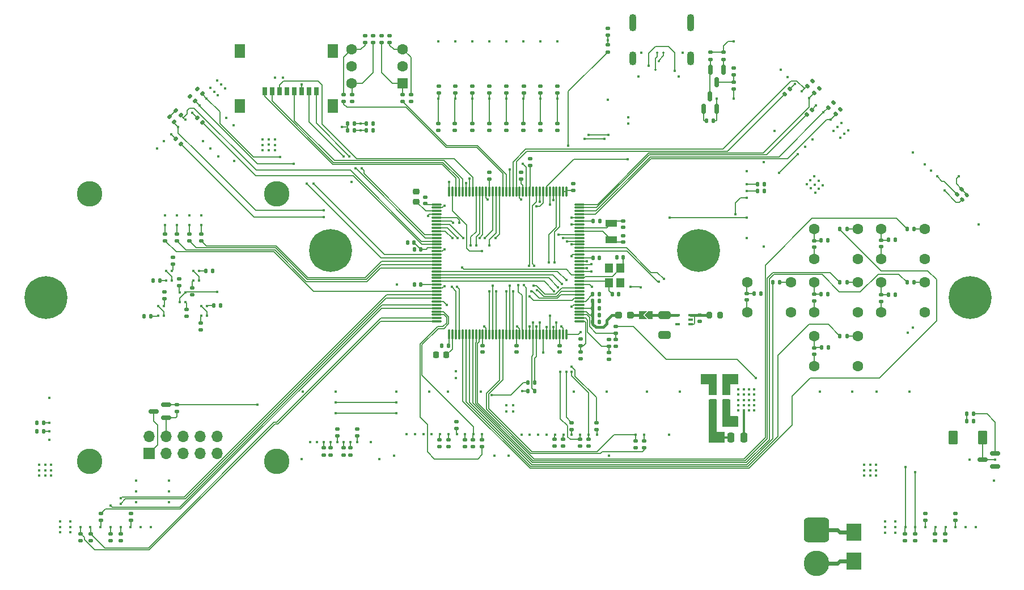
<source format=gbr>
%TF.GenerationSoftware,KiCad,Pcbnew,8.0.7*%
%TF.CreationDate,2025-04-13T15:12:29-04:00*%
%TF.ProjectId,control,636f6e74-726f-46c2-9e6b-696361645f70,rev?*%
%TF.SameCoordinates,Original*%
%TF.FileFunction,Copper,L6,Bot*%
%TF.FilePolarity,Positive*%
%FSLAX46Y46*%
G04 Gerber Fmt 4.6, Leading zero omitted, Abs format (unit mm)*
G04 Created by KiCad (PCBNEW 8.0.7) date 2025-04-13 15:12:29*
%MOMM*%
%LPD*%
G01*
G04 APERTURE LIST*
G04 Aperture macros list*
%AMRoundRect*
0 Rectangle with rounded corners*
0 $1 Rounding radius*
0 $2 $3 $4 $5 $6 $7 $8 $9 X,Y pos of 4 corners*
0 Add a 4 corners polygon primitive as box body*
4,1,4,$2,$3,$4,$5,$6,$7,$8,$9,$2,$3,0*
0 Add four circle primitives for the rounded corners*
1,1,$1+$1,$2,$3*
1,1,$1+$1,$4,$5*
1,1,$1+$1,$6,$7*
1,1,$1+$1,$8,$9*
0 Add four rect primitives between the rounded corners*
20,1,$1+$1,$2,$3,$4,$5,0*
20,1,$1+$1,$4,$5,$6,$7,0*
20,1,$1+$1,$6,$7,$8,$9,0*
20,1,$1+$1,$8,$9,$2,$3,0*%
%AMFreePoly0*
4,1,6,1.037000,0.000000,0.437000,-0.600000,-0.150000,-0.600000,-0.150000,0.600000,0.437000,0.600000,1.037000,0.000000,1.037000,0.000000,$1*%
%AMFreePoly1*
4,1,6,0.150000,-0.600000,-1.037000,-0.600000,-0.437000,0.000000,-1.037000,0.600000,0.150000,0.600000,0.150000,-0.600000,0.150000,-0.600000,$1*%
G04 Aperture macros list end*
%TA.AperFunction,ComponentPad*%
%ADD10R,1.600000X1.600000*%
%TD*%
%TA.AperFunction,ComponentPad*%
%ADD11C,1.600000*%
%TD*%
%TA.AperFunction,ComponentPad*%
%ADD12C,3.600000*%
%TD*%
%TA.AperFunction,ConnectorPad*%
%ADD13C,6.400000*%
%TD*%
%TA.AperFunction,ComponentPad*%
%ADD14O,1.100000X2.100000*%
%TD*%
%TA.AperFunction,ComponentPad*%
%ADD15O,1.100000X2.600000*%
%TD*%
%TA.AperFunction,ComponentPad*%
%ADD16C,3.800000*%
%TD*%
%TA.AperFunction,ComponentPad*%
%ADD17R,1.700000X1.700000*%
%TD*%
%TA.AperFunction,ComponentPad*%
%ADD18O,1.700000X1.700000*%
%TD*%
%TA.AperFunction,SMDPad,CuDef*%
%ADD19RoundRect,0.140000X-0.170000X0.140000X-0.170000X-0.140000X0.170000X-0.140000X0.170000X0.140000X0*%
%TD*%
%TA.AperFunction,SMDPad,CuDef*%
%ADD20RoundRect,0.135000X-0.135000X-0.185000X0.135000X-0.185000X0.135000X0.185000X-0.135000X0.185000X0*%
%TD*%
%TA.AperFunction,SMDPad,CuDef*%
%ADD21RoundRect,0.135000X0.185000X-0.135000X0.185000X0.135000X-0.185000X0.135000X-0.185000X-0.135000X0*%
%TD*%
%TA.AperFunction,SMDPad,CuDef*%
%ADD22RoundRect,0.135000X-0.185000X0.135000X-0.185000X-0.135000X0.185000X-0.135000X0.185000X0.135000X0*%
%TD*%
%TA.AperFunction,SMDPad,CuDef*%
%ADD23RoundRect,0.140000X0.170000X-0.140000X0.170000X0.140000X-0.170000X0.140000X-0.170000X-0.140000X0*%
%TD*%
%TA.AperFunction,SMDPad,CuDef*%
%ADD24RoundRect,0.237500X-0.237500X0.287500X-0.237500X-0.287500X0.237500X-0.287500X0.237500X0.287500X0*%
%TD*%
%TA.AperFunction,SMDPad,CuDef*%
%ADD25RoundRect,0.150000X0.587500X0.150000X-0.587500X0.150000X-0.587500X-0.150000X0.587500X-0.150000X0*%
%TD*%
%TA.AperFunction,SMDPad,CuDef*%
%ADD26RoundRect,0.150000X0.150000X-0.587500X0.150000X0.587500X-0.150000X0.587500X-0.150000X-0.587500X0*%
%TD*%
%TA.AperFunction,SMDPad,CuDef*%
%ADD27RoundRect,0.140000X-0.140000X-0.170000X0.140000X-0.170000X0.140000X0.170000X-0.140000X0.170000X0*%
%TD*%
%TA.AperFunction,SMDPad,CuDef*%
%ADD28RoundRect,0.135000X0.135000X0.185000X-0.135000X0.185000X-0.135000X-0.185000X0.135000X-0.185000X0*%
%TD*%
%TA.AperFunction,SMDPad,CuDef*%
%ADD29RoundRect,0.135000X0.035355X-0.226274X0.226274X-0.035355X-0.035355X0.226274X-0.226274X0.035355X0*%
%TD*%
%TA.AperFunction,SMDPad,CuDef*%
%ADD30FreePoly0,180.000000*%
%TD*%
%TA.AperFunction,SMDPad,CuDef*%
%ADD31FreePoly1,180.000000*%
%TD*%
%TA.AperFunction,SMDPad,CuDef*%
%ADD32RoundRect,0.225000X0.250000X-0.225000X0.250000X0.225000X-0.250000X0.225000X-0.250000X-0.225000X0*%
%TD*%
%TA.AperFunction,SMDPad,CuDef*%
%ADD33RoundRect,0.237500X0.287500X0.237500X-0.287500X0.237500X-0.287500X-0.237500X0.287500X-0.237500X0*%
%TD*%
%TA.AperFunction,SMDPad,CuDef*%
%ADD34RoundRect,0.200000X0.200000X0.275000X-0.200000X0.275000X-0.200000X-0.275000X0.200000X-0.275000X0*%
%TD*%
%TA.AperFunction,SMDPad,CuDef*%
%ADD35RoundRect,0.135000X0.226274X0.035355X0.035355X0.226274X-0.226274X-0.035355X-0.035355X-0.226274X0*%
%TD*%
%TA.AperFunction,SMDPad,CuDef*%
%ADD36RoundRect,0.140000X0.140000X0.170000X-0.140000X0.170000X-0.140000X-0.170000X0.140000X-0.170000X0*%
%TD*%
%TA.AperFunction,SMDPad,CuDef*%
%ADD37R,1.200000X1.400000*%
%TD*%
%TA.AperFunction,SMDPad,CuDef*%
%ADD38RoundRect,0.140000X-0.021213X0.219203X-0.219203X0.021213X0.021213X-0.219203X0.219203X-0.021213X0*%
%TD*%
%TA.AperFunction,SMDPad,CuDef*%
%ADD39R,0.800000X1.200000*%
%TD*%
%TA.AperFunction,SMDPad,CuDef*%
%ADD40R,1.500000X2.000000*%
%TD*%
%TA.AperFunction,SMDPad,CuDef*%
%ADD41RoundRect,0.135000X-0.035355X0.226274X-0.226274X0.035355X0.035355X-0.226274X0.226274X-0.035355X0*%
%TD*%
%TA.AperFunction,SMDPad,CuDef*%
%ADD42RoundRect,0.250000X0.250000X0.475000X-0.250000X0.475000X-0.250000X-0.475000X0.250000X-0.475000X0*%
%TD*%
%TA.AperFunction,SMDPad,CuDef*%
%ADD43RoundRect,0.250000X-0.450000X-0.800000X0.450000X-0.800000X0.450000X0.800000X-0.450000X0.800000X0*%
%TD*%
%TA.AperFunction,SMDPad,CuDef*%
%ADD44RoundRect,0.135000X-0.226274X-0.035355X-0.035355X-0.226274X0.226274X0.035355X0.035355X0.226274X0*%
%TD*%
%TA.AperFunction,SMDPad,CuDef*%
%ADD45RoundRect,0.075000X0.662500X0.075000X-0.662500X0.075000X-0.662500X-0.075000X0.662500X-0.075000X0*%
%TD*%
%TA.AperFunction,SMDPad,CuDef*%
%ADD46RoundRect,0.075000X0.075000X0.662500X-0.075000X0.662500X-0.075000X-0.662500X0.075000X-0.662500X0*%
%TD*%
%TA.AperFunction,SMDPad,CuDef*%
%ADD47RoundRect,0.100000X0.225000X0.100000X-0.225000X0.100000X-0.225000X-0.100000X0.225000X-0.100000X0*%
%TD*%
%TA.AperFunction,SMDPad,CuDef*%
%ADD48R,1.800000X1.000000*%
%TD*%
%TA.AperFunction,SMDPad,CuDef*%
%ADD49R,2.300000X2.500000*%
%TD*%
%TA.AperFunction,SMDPad,CuDef*%
%ADD50RoundRect,0.150000X-0.150000X0.587500X-0.150000X-0.587500X0.150000X-0.587500X0.150000X0.587500X0*%
%TD*%
%TA.AperFunction,ComponentPad*%
%ADD51RoundRect,0.760000X-1.140000X1.140000X-1.140000X-1.140000X1.140000X-1.140000X1.140000X1.140000X0*%
%TD*%
%TA.AperFunction,SMDPad,CuDef*%
%ADD52RoundRect,0.250000X-0.650000X0.325000X-0.650000X-0.325000X0.650000X-0.325000X0.650000X0.325000X0*%
%TD*%
%TA.AperFunction,SMDPad,CuDef*%
%ADD53RoundRect,0.225000X0.225000X0.250000X-0.225000X0.250000X-0.225000X-0.250000X0.225000X-0.250000X0*%
%TD*%
%TA.AperFunction,ViaPad*%
%ADD54C,0.450000*%
%TD*%
%TA.AperFunction,ViaPad*%
%ADD55C,0.350000*%
%TD*%
%TA.AperFunction,Conductor*%
%ADD56C,0.200000*%
%TD*%
%TA.AperFunction,Conductor*%
%ADD57C,0.153000*%
%TD*%
%TA.AperFunction,Conductor*%
%ADD58C,0.300000*%
%TD*%
%TA.AperFunction,Conductor*%
%ADD59C,0.600000*%
%TD*%
%TA.AperFunction,Conductor*%
%ADD60C,0.400000*%
%TD*%
G04 APERTURE END LIST*
D10*
%TO.P,SW4,1,1*%
%TO.N,Net-(R64-Pad1)*%
X134310000Y-73040000D03*
D11*
%TO.P,SW4,3,4*%
%TO.N,Net-(SW4-4)*%
X134310000Y-67960000D03*
%TO.P,SW4,4,2*%
%TO.N,Net-(SW4-2)*%
X126690000Y-67960000D03*
%TO.P,SW4,6,8*%
%TO.N,Net-(SW4-8)*%
X126690000Y-73040000D03*
%TO.P,SW4,C,C*%
%TO.N,+3V3*%
X134310000Y-70500000D03*
X126690000Y-70500000D03*
%TD*%
%TO.P,SW11,1,1*%
%TO.N,Net-(C36-Pad1)*%
X185730000Y-102750000D03*
%TO.P,SW11,2,2*%
%TO.N,Net-(R115-Pad1)*%
X192230000Y-102750000D03*
%TO.P,SW11,3,3*%
%TO.N,GND*%
X185730000Y-107250000D03*
%TO.P,SW11,4,4*%
%TO.N,unconnected-(SW11-Pad4)*%
X192230000Y-107250000D03*
%TD*%
%TO.P,SW8,1,1*%
%TO.N,Net-(C33-Pad1)*%
X195750000Y-102750000D03*
%TO.P,SW8,2,2*%
%TO.N,Net-(R94-Pad1)*%
X202250000Y-102750000D03*
%TO.P,SW8,3,3*%
%TO.N,GND*%
X195750000Y-107250000D03*
%TO.P,SW8,4,4*%
%TO.N,unconnected-(SW8-Pad4)*%
X202250000Y-107250000D03*
%TD*%
D12*
%TO.P,H1,1*%
%TO.N,N/C*%
X81000000Y-105000000D03*
D13*
X81000000Y-105000000D03*
%TD*%
D14*
%TO.P,P1,S1,SHIELD*%
%TO.N,GND*%
X177320000Y-69305000D03*
D15*
X177320000Y-63945000D03*
D14*
X168680000Y-69305000D03*
D15*
X168680000Y-63945000D03*
%TD*%
D11*
%TO.P,SW12,1,1*%
%TO.N,Net-(C37-Pad1)*%
X195750000Y-94750000D03*
%TO.P,SW12,2,2*%
%TO.N,Net-(R117-Pad1)*%
X202250000Y-94750000D03*
%TO.P,SW12,3,3*%
%TO.N,GND*%
X195750000Y-99250000D03*
%TO.P,SW12,4,4*%
%TO.N,unconnected-(SW12-Pad4)*%
X202250000Y-99250000D03*
%TD*%
D16*
%TO.P,H5,1*%
%TO.N,N/C*%
X115500000Y-89500000D03*
%TD*%
D12*
%TO.P,H4,1*%
%TO.N,N/C*%
X178500000Y-98000000D03*
D13*
X178500000Y-98000000D03*
%TD*%
D11*
%TO.P,SW10,1,1*%
%TO.N,Net-(C35-Pad1)*%
X205750000Y-102750000D03*
%TO.P,SW10,2,2*%
%TO.N,Net-(R114-Pad1)*%
X212250000Y-102750000D03*
%TO.P,SW10,3,3*%
%TO.N,GND*%
X205750000Y-107250000D03*
%TO.P,SW10,4,4*%
%TO.N,unconnected-(SW10-Pad4)*%
X212250000Y-107250000D03*
%TD*%
D16*
%TO.P,H7,1*%
%TO.N,N/C*%
X115500000Y-129500000D03*
%TD*%
D11*
%TO.P,SW7,1,1*%
%TO.N,Net-(C32-Pad1)*%
X205750000Y-94750000D03*
%TO.P,SW7,2,2*%
%TO.N,Net-(R93-Pad1)*%
X212250000Y-94750000D03*
%TO.P,SW7,3,3*%
%TO.N,GND*%
X205750000Y-99250000D03*
%TO.P,SW7,4,4*%
%TO.N,unconnected-(SW7-Pad4)*%
X212250000Y-99250000D03*
%TD*%
%TO.P,SW9,1,1*%
%TO.N,Net-(C34-Pad1)*%
X195750000Y-110750000D03*
%TO.P,SW9,2,2*%
%TO.N,Net-(R107-Pad1)*%
X202250000Y-110750000D03*
%TO.P,SW9,3,3*%
%TO.N,GND*%
X195750000Y-115250000D03*
%TO.P,SW9,4,4*%
%TO.N,unconnected-(SW9-Pad4)*%
X202250000Y-115250000D03*
%TD*%
D12*
%TO.P,H2,1*%
%TO.N,N/C*%
X219000000Y-105000000D03*
D13*
X219000000Y-105000000D03*
%TD*%
D16*
%TO.P,H8,1*%
%TO.N,N/C*%
X87500000Y-129500000D03*
%TD*%
%TO.P,H6,1*%
%TO.N,N/C*%
X87500000Y-89500000D03*
%TD*%
D12*
%TO.P,H3,1*%
%TO.N,N/C*%
X123500000Y-98000000D03*
D13*
X123500000Y-98000000D03*
%TD*%
D17*
%TO.P,J15,1,Pin_1*%
%TO.N,Net-(J15-Pin_1)*%
X96425000Y-128275000D03*
D18*
%TO.P,J15,2,Pin_2*%
%TO.N,unconnected-(J15-Pin_2-Pad2)*%
X96425000Y-125735000D03*
%TO.P,J15,3,Pin_3*%
%TO.N,GND*%
X98965000Y-128275000D03*
%TO.P,J15,4,Pin_4*%
X98965000Y-125735000D03*
%TO.P,J15,5,Pin_5*%
%TO.N,/display/LCD.TX*%
X101505000Y-128275000D03*
%TO.P,J15,6,Pin_6*%
%TO.N,unconnected-(J15-Pin_6-Pad6)*%
X101505000Y-125735000D03*
%TO.P,J15,7,Pin_7*%
%TO.N,/display/LCD.RX*%
X104045000Y-128275000D03*
%TO.P,J15,8,Pin_8*%
%TO.N,unconnected-(J15-Pin_8-Pad8)*%
X104045000Y-125735000D03*
%TO.P,J15,9,Pin_9*%
%TO.N,+5V*%
X106585000Y-128275000D03*
%TO.P,J15,10,Pin_10*%
%TO.N,unconnected-(J15-Pin_10-Pad10)*%
X106585000Y-125735000D03*
%TD*%
D19*
%TO.P,C35,1*%
%TO.N,Net-(C35-Pad1)*%
X205700000Y-104620000D03*
%TO.P,C35,2*%
%TO.N,GND*%
X205700000Y-105580000D03*
%TD*%
D20*
%TO.P,R71,1*%
%TO.N,GND*%
X96990000Y-102500000D03*
%TO.P,R71,2*%
%TO.N,Net-(D3-K2)*%
X98010000Y-102500000D03*
%TD*%
D21*
%TO.P,R111,1*%
%TO.N,/mcu/LEDS.1*%
X104200000Y-96510000D03*
%TO.P,R111,2*%
%TO.N,Net-(D13-A)*%
X104200000Y-95490000D03*
%TD*%
D22*
%TO.P,R90,1*%
%TO.N,Net-(R102-Pad2)*%
X147250000Y-78990000D03*
%TO.P,R90,2*%
%TO.N,/mcu/DIP.4*%
X147250000Y-80010000D03*
%TD*%
%TO.P,R63,1*%
%TO.N,Net-(SW4-2)*%
X125500000Y-74690000D03*
%TO.P,R63,2*%
%TO.N,/mcu/BOT_ID_SWITCHES.IDX1*%
X125500000Y-75710000D03*
%TD*%
D23*
%TO.P,C23,1*%
%TO.N,+3V3*%
X137650000Y-90980000D03*
%TO.P,C23,2*%
%TO.N,GND*%
X137650000Y-90020000D03*
%TD*%
D24*
%TO.P,F7,1*%
%TO.N,Net-(J13-Pin_2)*%
X182600000Y-119025000D03*
%TO.P,F7,2*%
%TO.N,+3V3*%
X182600000Y-120775000D03*
%TD*%
D22*
%TO.P,R47,1*%
%TO.N,/kicker/KICKER.RTS*%
X163250000Y-123690000D03*
%TO.P,R47,2*%
%TO.N,Net-(J9-Pin_10)*%
X163250000Y-124710000D03*
%TD*%
D25*
%TO.P,Q4,1,G*%
%TO.N,/display/LCD.RST*%
X98937500Y-121037500D03*
%TO.P,Q4,2,S*%
%TO.N,GND*%
X98937500Y-122937500D03*
%TO.P,Q4,3,D*%
%TO.N,Net-(J15-Pin_1)*%
X97062500Y-121987500D03*
%TD*%
D21*
%TO.P,R65,1*%
%TO.N,Net-(D3-A1)*%
X100000000Y-100010000D03*
%TO.P,R65,2*%
%TO.N,+3V3*%
X100000000Y-98990000D03*
%TD*%
D26*
%TO.P,Q2,1,G*%
%TO.N,/mcu/USB_BOOT0_CONTROL*%
X181150000Y-76850000D03*
%TO.P,Q2,2,S*%
%TO.N,GND*%
X179250000Y-76850000D03*
%TO.P,Q2,3,D*%
%TO.N,Net-(Q1-G)*%
X180200000Y-74975000D03*
%TD*%
D21*
%TO.P,R82,1*%
%TO.N,GND*%
X104100000Y-109810000D03*
%TO.P,R82,2*%
%TO.N,Net-(D7-K2)*%
X104100000Y-108790000D03*
%TD*%
%TO.P,R6,1*%
%TO.N,/mcu/USER_BOOT0_OVERRIDE*%
X183700000Y-73860000D03*
%TO.P,R6,2*%
%TO.N,/mcu/BOOT0*%
X183700000Y-72840000D03*
%TD*%
D20*
%TO.P,R87,1*%
%TO.N,Net-(C32-Pad1)*%
X206790000Y-96400000D03*
%TO.P,R87,2*%
%TO.N,+3V3*%
X207810000Y-96400000D03*
%TD*%
D23*
%TO.P,C3,1*%
%TO.N,/mcu/RCC_OSC32_N*%
X167200000Y-96730000D03*
%TO.P,C3,2*%
%TO.N,GND*%
X167200000Y-95770000D03*
%TD*%
D27*
%TO.P,C17,1*%
%TO.N,+3V3*%
X162670000Y-104500000D03*
%TO.P,C17,2*%
%TO.N,GND*%
X163630000Y-104500000D03*
%TD*%
D22*
%TO.P,R19,1*%
%TO.N,/front_right_drive_motor/MOTOR.RTS*%
X93700000Y-137290000D03*
%TO.P,R19,2*%
%TO.N,Net-(J3-Pin_10)*%
X93700000Y-138310000D03*
%TD*%
%TO.P,R89,1*%
%TO.N,Net-(R101-Pad2)*%
X149750000Y-78990000D03*
%TO.P,R89,2*%
%TO.N,/mcu/DIP.3*%
X149750000Y-80010000D03*
%TD*%
%TO.P,R122,1*%
%TO.N,/mcu/ODIN.TX*%
X124500000Y-124690000D03*
%TO.P,R122,2*%
%TO.N,Net-(J5-Pin_6)*%
X124500000Y-125710000D03*
%TD*%
D28*
%TO.P,R94,1*%
%TO.N,Net-(R94-Pad1)*%
X200610000Y-102750000D03*
%TO.P,R94,2*%
%TO.N,/mcu/BTNS.ENTER*%
X199590000Y-102750000D03*
%TD*%
D29*
%TO.P,R35,1*%
%TO.N,/back_left_drive_motor/MOTOR.RTS*%
X191350000Y-74600000D03*
%TO.P,R35,2*%
%TO.N,Net-(J7-Pin_10)*%
X192071248Y-73878752D03*
%TD*%
D30*
%TO.P,JP1,1,A*%
%TO.N,/power/3v0_PREFUSE*%
X171450000Y-107600000D03*
D31*
%TO.P,JP1,2,B*%
%TO.N,Net-(JP1-B)*%
X169750000Y-107600000D03*
%TD*%
D32*
%TO.P,C15,1*%
%TO.N,Net-(C15-Pad1)*%
X136320000Y-90695000D03*
%TO.P,C15,2*%
%TO.N,GND*%
X136320000Y-89145000D03*
%TD*%
D22*
%TO.P,R18,1*%
%TO.N,/front_right_drive_motor/MOTOR.TX*%
X89200000Y-137290000D03*
%TO.P,R18,2*%
%TO.N,Net-(J3-Pin_7)*%
X89200000Y-138310000D03*
%TD*%
%TO.P,R59,1*%
%TO.N,Net-(SW4-8)*%
X126700000Y-74690000D03*
%TO.P,R59,2*%
%TO.N,/mcu/BOT_ID_SWITCHES.IDX3*%
X126700000Y-75710000D03*
%TD*%
D28*
%TO.P,R107,1*%
%TO.N,Net-(R107-Pad1)*%
X200610000Y-110750000D03*
%TO.P,R107,2*%
%TO.N,/mcu/BTNS.UP*%
X199590000Y-110750000D03*
%TD*%
D22*
%TO.P,R99,1*%
%TO.N,GND*%
X154850000Y-73440000D03*
%TO.P,R99,2*%
%TO.N,Net-(R85-Pad1)*%
X154850000Y-74460000D03*
%TD*%
D21*
%TO.P,R51,1*%
%TO.N,+3V3*%
X143600000Y-127310000D03*
%TO.P,R51,2*%
%TO.N,/mcu/OPTICAL_FLOW.RX*%
X143600000Y-126290000D03*
%TD*%
D22*
%TO.P,R125,1*%
%TO.N,/mcu/ODIN.~{RST}*%
X122500000Y-127490000D03*
%TO.P,R125,2*%
%TO.N,GND*%
X122500000Y-128510000D03*
%TD*%
D33*
%TO.P,F8,1*%
%TO.N,Net-(JP1-B)*%
X168275000Y-107600000D03*
%TO.P,F8,2*%
%TO.N,+3V0*%
X166525000Y-107600000D03*
%TD*%
D19*
%TO.P,C36,1*%
%TO.N,Net-(C36-Pad1)*%
X185700000Y-104420000D03*
%TO.P,C36,2*%
%TO.N,GND*%
X185700000Y-105380000D03*
%TD*%
%TO.P,C34,1*%
%TO.N,Net-(C34-Pad1)*%
X195700000Y-112520000D03*
%TO.P,C34,2*%
%TO.N,GND*%
X195700000Y-113480000D03*
%TD*%
D34*
%TO.P,L1,1,1*%
%TO.N,+3V3*%
X181725000Y-107600000D03*
%TO.P,L1,2,2*%
%TO.N,/power/3v3_FILT*%
X180075000Y-107600000D03*
%TD*%
D29*
%TO.P,R36,1*%
%TO.N,/back_left_drive_motor/MOTOR.RST*%
X197889376Y-76610624D03*
%TO.P,R36,2*%
%TO.N,GND*%
X198610624Y-75889376D03*
%TD*%
D22*
%TO.P,R98,1*%
%TO.N,GND*%
X157400000Y-73440000D03*
%TO.P,R98,2*%
%TO.N,Net-(R84-Pad1)*%
X157400000Y-74460000D03*
%TD*%
%TO.P,R58,1*%
%TO.N,Net-(J12-Pin_2)*%
X170350000Y-126390000D03*
%TO.P,R58,2*%
%TO.N,/mcu/POWER.TX*%
X170350000Y-127410000D03*
%TD*%
D35*
%TO.P,R30,1*%
%TO.N,/back_right_drive_motor/MOTOR.RST*%
X103260624Y-75660624D03*
%TO.P,R30,2*%
%TO.N,GND*%
X102539376Y-74939376D03*
%TD*%
D28*
%TO.P,R115,1*%
%TO.N,Net-(R115-Pad1)*%
X190610000Y-102750000D03*
%TO.P,R115,2*%
%TO.N,/mcu/BTNS.RIGHT*%
X189590000Y-102750000D03*
%TD*%
%TO.P,R25,1*%
%TO.N,+3V3*%
X188310000Y-88100000D03*
%TO.P,R25,2*%
%TO.N,/imu/IMU.INT2*%
X187290000Y-88100000D03*
%TD*%
D19*
%TO.P,C4,1*%
%TO.N,/mcu/RCC_OSC32_P*%
X167200000Y-93570000D03*
%TO.P,C4,2*%
%TO.N,GND*%
X167200000Y-94530000D03*
%TD*%
D22*
%TO.P,R103,1*%
%TO.N,GND*%
X144700000Y-73440000D03*
%TO.P,R103,2*%
%TO.N,Net-(R103-Pad2)*%
X144700000Y-74460000D03*
%TD*%
D27*
%TO.P,C8,1*%
%TO.N,+3V0*%
X162670000Y-108650000D03*
%TO.P,C8,2*%
%TO.N,GND*%
X163630000Y-108650000D03*
%TD*%
D36*
%TO.P,C6,1*%
%TO.N,+3V3*%
X135980000Y-96800000D03*
%TO.P,C6,2*%
%TO.N,GND*%
X135020000Y-96800000D03*
%TD*%
D19*
%TO.P,C32,1*%
%TO.N,Net-(C32-Pad1)*%
X205700000Y-96420000D03*
%TO.P,C32,2*%
%TO.N,GND*%
X205700000Y-97380000D03*
%TD*%
D22*
%TO.P,R85,1*%
%TO.N,Net-(R85-Pad1)*%
X154850000Y-78990000D03*
%TO.P,R85,2*%
%TO.N,/mcu/DIP.1*%
X154850000Y-80010000D03*
%TD*%
D19*
%TO.P,C19,1*%
%TO.N,+3V3*%
X151250000Y-112200000D03*
%TO.P,C19,2*%
%TO.N,GND*%
X151250000Y-113160000D03*
%TD*%
D22*
%TO.P,R4,1*%
%TO.N,+3V3*%
X180250000Y-68390000D03*
%TO.P,R4,2*%
%TO.N,Net-(Q1-G)*%
X180250000Y-69410000D03*
%TD*%
D37*
%TO.P,Y2,1,1*%
%TO.N,/mcu/RCC_OSC_N*%
X165100000Y-102850000D03*
%TO.P,Y2,2,2*%
%TO.N,GND*%
X165100000Y-100650000D03*
%TO.P,Y2,3,3*%
%TO.N,/mcu/RCC_OSC_P*%
X166800000Y-100650000D03*
%TO.P,Y2,4,4*%
%TO.N,GND*%
X166800000Y-102850000D03*
%TD*%
D22*
%TO.P,R124,1*%
%TO.N,/mcu/ODIN.BOOT0*%
X123500000Y-127490000D03*
%TO.P,R124,2*%
%TO.N,GND*%
X123500000Y-128510000D03*
%TD*%
D20*
%TO.P,R77,1*%
%TO.N,GND*%
X126090000Y-79000000D03*
%TO.P,R77,2*%
%TO.N,Net-(R74-Pad1)*%
X127110000Y-79000000D03*
%TD*%
D22*
%TO.P,R13,1*%
%TO.N,/mcu/V_{sense}_5V0*%
X165050000Y-113190000D03*
%TO.P,R13,2*%
%TO.N,GND*%
X165050000Y-114210000D03*
%TD*%
D35*
%TO.P,R28,1*%
%TO.N,/back_right_drive_motor/MOTOR.TX*%
X104360624Y-78860624D03*
%TO.P,R28,2*%
%TO.N,Net-(J6-Pin_7)*%
X103639376Y-78139376D03*
%TD*%
D28*
%TO.P,R62,1*%
%TO.N,/mcu/SHELL_DETECT.SCL*%
X80710000Y-123700000D03*
%TO.P,R62,2*%
%TO.N,+3V3*%
X79690000Y-123700000D03*
%TD*%
D38*
%TO.P,C13,1*%
%TO.N,/mcu/NRST*%
X218539411Y-89660589D03*
%TO.P,C13,2*%
%TO.N,GND*%
X217860589Y-90339411D03*
%TD*%
D28*
%TO.P,R93,1*%
%TO.N,Net-(R93-Pad1)*%
X210610000Y-94750000D03*
%TO.P,R93,2*%
%TO.N,/mcu/BTNS.BACK*%
X209590000Y-94750000D03*
%TD*%
%TO.P,R24,1*%
%TO.N,+3V3*%
X188310000Y-89100000D03*
%TO.P,R24,2*%
%TO.N,/imu/IMU.INT1*%
X187290000Y-89100000D03*
%TD*%
D22*
%TO.P,R100,1*%
%TO.N,GND*%
X152350000Y-73440000D03*
%TO.P,R100,2*%
%TO.N,Net-(R100-Pad2)*%
X152350000Y-74460000D03*
%TD*%
D27*
%TO.P,C7,1*%
%TO.N,+3V0*%
X162670000Y-107650000D03*
%TO.P,C7,2*%
%TO.N,GND*%
X163630000Y-107650000D03*
%TD*%
D25*
%TO.P,Q3,1,G*%
%TO.N,Net-(Q3-G)*%
X222737500Y-128300000D03*
%TO.P,Q3,2,S*%
%TO.N,GND*%
X222737500Y-130200000D03*
%TO.P,Q3,3,D*%
%TO.N,Net-(BZ1--)*%
X220862500Y-129250000D03*
%TD*%
D22*
%TO.P,R5,1*%
%TO.N,+3V3*%
X182150000Y-68390000D03*
%TO.P,R5,2*%
%TO.N,Net-(Q1-S)*%
X182150000Y-69410000D03*
%TD*%
D36*
%TO.P,C5,1*%
%TO.N,+3V3*%
X136980000Y-97800000D03*
%TO.P,C5,2*%
%TO.N,GND*%
X136020000Y-97800000D03*
%TD*%
D39*
%TO.P,J1,1,DAT2*%
%TO.N,/mcu/SDMMC1_D2*%
X113720000Y-74200000D03*
%TO.P,J1,2,CD/DAT3*%
%TO.N,/mcu/SDMMC1_D3*%
X114820000Y-74200000D03*
%TO.P,J1,3,CMD*%
%TO.N,/mcu/SDMMC1_CMD*%
X115920000Y-74200000D03*
%TO.P,J1,4,VDD*%
%TO.N,+3V3*%
X117020000Y-74200000D03*
%TO.P,J1,5,CLK*%
%TO.N,/mcu/SDMMC1_CK*%
X118120000Y-74200000D03*
%TO.P,J1,6,VSS*%
%TO.N,GND*%
X119220000Y-74200000D03*
%TO.P,J1,7,DAT0*%
%TO.N,/mcu/SDMMC1_D0*%
X120320000Y-74200000D03*
%TO.P,J1,8,DAT1*%
%TO.N,/mcu/SDMMC1_D1*%
X121420000Y-74200000D03*
D40*
%TO.P,J1,9,Anchor*%
%TO.N,GND*%
X123890000Y-68200000D03*
X123890000Y-76400000D03*
X110000000Y-68200000D03*
X110000000Y-76400000D03*
%TD*%
D41*
%TO.P,R33,1*%
%TO.N,+3V3*%
X196500000Y-73750000D03*
%TO.P,R33,2*%
%TO.N,/back_left_drive_motor/MOTOR.RX*%
X195778752Y-74471248D03*
%TD*%
D23*
%TO.P,C24,1*%
%TO.N,+3V3*%
X147250000Y-87280000D03*
%TO.P,C24,2*%
%TO.N,GND*%
X147250000Y-86320000D03*
%TD*%
D21*
%TO.P,R7,1*%
%TO.N,/mcu/BOOT0*%
X183700000Y-71760000D03*
%TO.P,R7,2*%
%TO.N,GND*%
X183700000Y-70740000D03*
%TD*%
D22*
%TO.P,R68,1*%
%TO.N,GND*%
X132300000Y-65890000D03*
%TO.P,R68,2*%
%TO.N,Net-(SW4-4)*%
X132300000Y-66910000D03*
%TD*%
D21*
%TO.P,R120,1*%
%TO.N,+3V3*%
X126500000Y-128510000D03*
%TO.P,R120,2*%
%TO.N,/mcu/ODIN.CTS*%
X126500000Y-127490000D03*
%TD*%
D22*
%TO.P,R10,1*%
%TO.N,+5V*%
X165050000Y-111240000D03*
%TO.P,R10,2*%
%TO.N,/mcu/V_{sense}_5V0*%
X165050000Y-112260000D03*
%TD*%
D20*
%TO.P,R106,1*%
%TO.N,Net-(C34-Pad1)*%
X196840000Y-112500000D03*
%TO.P,R106,2*%
%TO.N,+3V3*%
X197860000Y-112500000D03*
%TD*%
%TO.P,R88,1*%
%TO.N,Net-(C33-Pad1)*%
X196790000Y-104500000D03*
%TO.P,R88,2*%
%TO.N,+3V3*%
X197810000Y-104500000D03*
%TD*%
D24*
%TO.P,F6,1*%
%TO.N,Net-(J13-Pin_1)*%
X180600000Y-119025000D03*
%TO.P,F6,2*%
%TO.N,+5V*%
X180600000Y-120775000D03*
%TD*%
D22*
%TO.P,R64,1*%
%TO.N,Net-(R64-Pad1)*%
X134300000Y-74690000D03*
%TO.P,R64,2*%
%TO.N,/mcu/BOT_ID_SWITCHES.IDX0*%
X134300000Y-75710000D03*
%TD*%
D21*
%TO.P,R108,1*%
%TO.N,/mcu/LEDS.4*%
X98800000Y-96510000D03*
%TO.P,R108,2*%
%TO.N,Net-(D10-A)*%
X98800000Y-95490000D03*
%TD*%
%TO.P,R38,1*%
%TO.N,+3V3*%
X215300000Y-141310000D03*
%TO.P,R38,2*%
%TO.N,/front_left_drive_motor/MOTOR.CTS*%
X215300000Y-140290000D03*
%TD*%
D22*
%TO.P,R101,1*%
%TO.N,GND*%
X149800000Y-73440000D03*
%TO.P,R101,2*%
%TO.N,Net-(R101-Pad2)*%
X149800000Y-74460000D03*
%TD*%
%TO.P,R105,1*%
%TO.N,GND*%
X139650000Y-73440000D03*
%TO.P,R105,2*%
%TO.N,Net-(R105-Pad2)*%
X139650000Y-74460000D03*
%TD*%
D42*
%TO.P,C38,1*%
%TO.N,GND*%
X185200000Y-125950000D03*
%TO.P,C38,2*%
%TO.N,+5V*%
X183300000Y-125950000D03*
%TD*%
D21*
%TO.P,R76,1*%
%TO.N,GND*%
X102000000Y-107810000D03*
%TO.P,R76,2*%
%TO.N,Net-(D5-K2)*%
X102000000Y-106790000D03*
%TD*%
%TO.P,R79,1*%
%TO.N,Net-(D6-A1)*%
X98700000Y-105210000D03*
%TO.P,R79,2*%
%TO.N,+3V3*%
X98700000Y-104190000D03*
%TD*%
D22*
%TO.P,R69,1*%
%TO.N,GND*%
X128700000Y-65890000D03*
%TO.P,R69,2*%
%TO.N,Net-(SW4-2)*%
X128700000Y-66910000D03*
%TD*%
D43*
%TO.P,D9,1,K*%
%TO.N,+3V3*%
X216500000Y-125900000D03*
%TO.P,D9,2,A*%
%TO.N,Net-(BZ1--)*%
X220900000Y-125900000D03*
%TD*%
D36*
%TO.P,C21,1*%
%TO.N,+3V3*%
X141100000Y-112250000D03*
%TO.P,C21,2*%
%TO.N,GND*%
X140140000Y-112250000D03*
%TD*%
D20*
%TO.P,R113,1*%
%TO.N,Net-(C36-Pad1)*%
X186790000Y-104400000D03*
%TO.P,R113,2*%
%TO.N,+3V3*%
X187810000Y-104400000D03*
%TD*%
D29*
%TO.P,R37,1*%
%TO.N,/back_left_drive_motor/MOTOR.BOOT0*%
X198928752Y-77621248D03*
%TO.P,R37,2*%
%TO.N,GND*%
X199650000Y-76900000D03*
%TD*%
D21*
%TO.P,R17,1*%
%TO.N,+3V3*%
X90700000Y-141310000D03*
%TO.P,R17,2*%
%TO.N,/front_right_drive_motor/MOTOR.RX*%
X90700000Y-140290000D03*
%TD*%
D44*
%TO.P,R26,1*%
%TO.N,+3V3*%
X99439376Y-78039376D03*
%TO.P,R26,2*%
%TO.N,/back_right_drive_motor/MOTOR.CTS*%
X100160624Y-78760624D03*
%TD*%
D21*
%TO.P,R56,1*%
%TO.N,+3V3*%
X169100000Y-127410000D03*
%TO.P,R56,2*%
%TO.N,/mcu/POWER.RX*%
X169100000Y-126390000D03*
%TD*%
D20*
%TO.P,R81,1*%
%TO.N,GND*%
X95690000Y-107800000D03*
%TO.P,R81,2*%
%TO.N,Net-(D6-K2)*%
X96710000Y-107800000D03*
%TD*%
D22*
%TO.P,R55,1*%
%TO.N,/mcu/OPTICAL_FLOW.BOOT0*%
X139800000Y-126290000D03*
%TO.P,R55,2*%
%TO.N,GND*%
X139800000Y-127310000D03*
%TD*%
D20*
%TO.P,R22,1*%
%TO.N,Net-(U2-INT1)*%
X152990000Y-117700000D03*
%TO.P,R22,2*%
%TO.N,/imu/IMU.INT1*%
X154010000Y-117700000D03*
%TD*%
%TO.P,R66,1*%
%TO.N,Net-(D4-A1)*%
X104890000Y-101000000D03*
%TO.P,R66,2*%
%TO.N,+3V3*%
X105910000Y-101000000D03*
%TD*%
D22*
%TO.P,R119,1*%
%TO.N,/display/LCD.RST*%
X100600000Y-121040000D03*
%TO.P,R119,2*%
%TO.N,GND*%
X100600000Y-122060000D03*
%TD*%
%TO.P,R54,1*%
%TO.N,/mcu/OPTICAL_FLOW.RST*%
X141100000Y-126290000D03*
%TO.P,R54,2*%
%TO.N,GND*%
X141100000Y-127310000D03*
%TD*%
%TO.P,R70,1*%
%TO.N,GND*%
X131100000Y-65890000D03*
%TO.P,R70,2*%
%TO.N,Net-(R64-Pad1)*%
X131100000Y-66910000D03*
%TD*%
%TO.P,R102,1*%
%TO.N,GND*%
X147250000Y-73440000D03*
%TO.P,R102,2*%
%TO.N,Net-(R102-Pad2)*%
X147250000Y-74460000D03*
%TD*%
D28*
%TO.P,R117,1*%
%TO.N,Net-(R117-Pad1)*%
X200610000Y-94750000D03*
%TO.P,R117,2*%
%TO.N,/mcu/BTNS.DOWN*%
X199590000Y-94750000D03*
%TD*%
D19*
%TO.P,C20,1*%
%TO.N,+3V3*%
X146250000Y-112200000D03*
%TO.P,C20,2*%
%TO.N,GND*%
X146250000Y-113160000D03*
%TD*%
D22*
%TO.P,R41,1*%
%TO.N,/front_left_drive_motor/MOTOR.RTS*%
X216800000Y-137290000D03*
%TO.P,R41,2*%
%TO.N,Net-(J8-Pin_10)*%
X216800000Y-138310000D03*
%TD*%
D23*
%TO.P,C25,1*%
%TO.N,+3V3*%
X152000000Y-87280000D03*
%TO.P,C25,2*%
%TO.N,GND*%
X152000000Y-86320000D03*
%TD*%
D22*
%TO.P,R48,1*%
%TO.N,/kicker/KICKER.RST*%
X158250000Y-126190000D03*
%TO.P,R48,2*%
%TO.N,GND*%
X158250000Y-127210000D03*
%TD*%
D27*
%TO.P,C26,1*%
%TO.N,+3V3*%
X162750000Y-93600000D03*
%TO.P,C26,2*%
%TO.N,GND*%
X163710000Y-93600000D03*
%TD*%
D19*
%TO.P,C18,1*%
%TO.N,+3V3*%
X157750000Y-112200000D03*
%TO.P,C18,2*%
%TO.N,GND*%
X157750000Y-113160000D03*
%TD*%
D20*
%TO.P,R96,1*%
%TO.N,/mcu/BUZZER*%
X218490000Y-123450000D03*
%TO.P,R96,2*%
%TO.N,GND*%
X219510000Y-123450000D03*
%TD*%
D19*
%TO.P,C30,1*%
%TO.N,/power/3v3_FILT*%
X178600000Y-107620000D03*
%TO.P,C30,2*%
%TO.N,GND*%
X178600000Y-108580000D03*
%TD*%
D23*
%TO.P,C27,1*%
%TO.N,+3V3*%
X159750000Y-88980000D03*
%TO.P,C27,2*%
%TO.N,GND*%
X159750000Y-88020000D03*
%TD*%
D20*
%TO.P,R116,1*%
%TO.N,Net-(C37-Pad1)*%
X196790000Y-96500000D03*
%TO.P,R116,2*%
%TO.N,+3V3*%
X197810000Y-96500000D03*
%TD*%
%TO.P,R74,1*%
%TO.N,Net-(R74-Pad1)*%
X128890000Y-79000000D03*
%TO.P,R74,2*%
%TO.N,/mcu/BOT_ID_SWITCHES.TEAM_BLUE_~{YELLOW}*%
X129910000Y-79000000D03*
%TD*%
D28*
%TO.P,R114,1*%
%TO.N,Net-(R114-Pad1)*%
X210610000Y-102750000D03*
%TO.P,R114,2*%
%TO.N,/mcu/BTNS.LEFT*%
X209590000Y-102750000D03*
%TD*%
D27*
%TO.P,C16,1*%
%TO.N,+3V3*%
X162720000Y-99100000D03*
%TO.P,C16,2*%
%TO.N,GND*%
X163680000Y-99100000D03*
%TD*%
D22*
%TO.P,R46,1*%
%TO.N,/kicker/KICKER.TX*%
X159500000Y-123690000D03*
%TO.P,R46,2*%
%TO.N,Net-(J9-Pin_7)*%
X159500000Y-124710000D03*
%TD*%
D21*
%TO.P,R72,1*%
%TO.N,GND*%
X102900000Y-104610000D03*
%TO.P,R72,2*%
%TO.N,Net-(D4-K2)*%
X102900000Y-103590000D03*
%TD*%
D22*
%TO.P,R42,1*%
%TO.N,/front_left_drive_motor/MOTOR.RST*%
X210800000Y-140290000D03*
%TO.P,R42,2*%
%TO.N,GND*%
X210800000Y-141310000D03*
%TD*%
D29*
%TO.P,R2,1*%
%TO.N,+3V3*%
X217039376Y-89560624D03*
%TO.P,R2,2*%
%TO.N,/mcu/NRST*%
X217760624Y-88839376D03*
%TD*%
D21*
%TO.P,R50,1*%
%TO.N,+3V3*%
X144800000Y-127310000D03*
%TO.P,R50,2*%
%TO.N,/mcu/OPTICAL_FLOW.CTS*%
X144800000Y-126290000D03*
%TD*%
D22*
%TO.P,R104,1*%
%TO.N,GND*%
X142150000Y-73440000D03*
%TO.P,R104,2*%
%TO.N,Net-(R104-Pad2)*%
X142150000Y-74460000D03*
%TD*%
D19*
%TO.P,C33,1*%
%TO.N,Net-(C33-Pad1)*%
X195700000Y-104520000D03*
%TO.P,C33,2*%
%TO.N,GND*%
X195700000Y-105480000D03*
%TD*%
D21*
%TO.P,R109,1*%
%TO.N,/mcu/LEDS.3*%
X100600000Y-96510000D03*
%TO.P,R109,2*%
%TO.N,Net-(D11-A)*%
X100600000Y-95490000D03*
%TD*%
%TO.P,R44,1*%
%TO.N,+3V3*%
X162000000Y-127210000D03*
%TO.P,R44,2*%
%TO.N,/kicker/KICKER.CTS*%
X162000000Y-126190000D03*
%TD*%
D35*
%TO.P,R31,1*%
%TO.N,/back_right_drive_motor/MOTOR.BOOT0*%
X104360624Y-74560624D03*
%TO.P,R31,2*%
%TO.N,GND*%
X103639376Y-73839376D03*
%TD*%
D22*
%TO.P,R11,1*%
%TO.N,+3V3*%
X160850000Y-111199999D03*
%TO.P,R11,2*%
%TO.N,/mcu/V_{sense}_3v3*%
X160850000Y-112219999D03*
%TD*%
%TO.P,R49,1*%
%TO.N,/kicker/KICKER.BOOT0*%
X157000000Y-126190000D03*
%TO.P,R49,2*%
%TO.N,GND*%
X157000000Y-127210000D03*
%TD*%
D27*
%TO.P,C9,1*%
%TO.N,+3V0*%
X162650000Y-105550000D03*
%TO.P,C9,2*%
%TO.N,GND*%
X163610000Y-105550000D03*
%TD*%
D36*
%TO.P,C12,1*%
%TO.N,/mcu/RCC_OSC_P*%
X167230000Y-99000000D03*
%TO.P,C12,2*%
%TO.N,GND*%
X166270000Y-99000000D03*
%TD*%
D22*
%TO.P,R20,1*%
%TO.N,/front_right_drive_motor/MOTOR.RST*%
X87700000Y-140290000D03*
%TO.P,R20,2*%
%TO.N,GND*%
X87700000Y-141310000D03*
%TD*%
%TO.P,R1,1*%
%TO.N,Net-(R1-Pad1)*%
X164900000Y-67290000D03*
%TO.P,R1,2*%
%TO.N,/mcu/DEBUG_MODE*%
X164900000Y-68310000D03*
%TD*%
%TO.P,R86,1*%
%TO.N,Net-(R100-Pad2)*%
X152300000Y-78990000D03*
%TO.P,R86,2*%
%TO.N,/mcu/DIP.2*%
X152300000Y-80010000D03*
%TD*%
D45*
%TO.P,U1,1,PE2*%
%TO.N,/back_left_drive_motor/MOTOR.RX*%
X160662500Y-91087500D03*
%TO.P,U1,2,PE3*%
%TO.N,/back_left_drive_motor/MOTOR.TX*%
X160662500Y-91587500D03*
%TO.P,U1,3,PE4*%
%TO.N,/back_left_drive_motor/MOTOR.RST*%
X160662500Y-92087500D03*
%TO.P,U1,4,PE5*%
%TO.N,/back_left_drive_motor/MOTOR.BOOT0*%
X160662500Y-92587500D03*
%TO.P,U1,5,PE6*%
%TO.N,/mcu/BUZZER*%
X160662500Y-93087500D03*
%TO.P,U1,6,VBAT*%
%TO.N,+3V3*%
X160662500Y-93587500D03*
%TO.P,U1,7,PC13*%
%TO.N,/mcu/DEBUG_MODE*%
X160662500Y-94087500D03*
%TO.P,U1,8,PC14*%
%TO.N,/mcu/RCC_OSC32_P*%
X160662500Y-94587500D03*
%TO.P,U1,9,PC15*%
%TO.N,/mcu/RCC_OSC32_N*%
X160662500Y-95087500D03*
%TO.P,U1,10,PF0*%
%TO.N,/mcu/SHELL_DETECT.SDA*%
X160662500Y-95587500D03*
%TO.P,U1,11,PF1*%
%TO.N,/mcu/SHELL_DETECT.SCL*%
X160662500Y-96087500D03*
%TO.P,U1,12,PF2*%
%TO.N,/mcu/SHELL_DETECT.RST*%
X160662500Y-96587500D03*
%TO.P,U1,13,PF3*%
%TO.N,/mcu/SHELL_DETECT.LIGHT*%
X160662500Y-97087500D03*
%TO.P,U1,14,PF4*%
%TO.N,/front_left_drive_motor/MOTOR.RST*%
X160662500Y-97587500D03*
%TO.P,U1,15,PF5*%
%TO.N,/front_left_drive_motor/MOTOR.BOOT0*%
X160662500Y-98087500D03*
%TO.P,U1,16,VSS*%
%TO.N,GND*%
X160662500Y-98587500D03*
%TO.P,U1,17,VDD*%
%TO.N,+3V3*%
X160662500Y-99087500D03*
%TO.P,U1,18,PF6*%
%TO.N,/front_left_drive_motor/MOTOR.RX*%
X160662500Y-99587500D03*
%TO.P,U1,19,PF7*%
%TO.N,/front_left_drive_motor/MOTOR.TX*%
X160662500Y-100087500D03*
%TO.P,U1,20,PF8*%
%TO.N,/front_left_drive_motor/MOTOR.RTS*%
X160662500Y-100587500D03*
%TO.P,U1,21,PF9*%
%TO.N,/front_left_drive_motor/MOTOR.CTS*%
X160662500Y-101087500D03*
%TO.P,U1,22,PF10*%
%TO.N,/mcu/BOT_ID_DISPLAY.TeamBlue*%
X160662500Y-101587500D03*
%TO.P,U1,23,PH0*%
%TO.N,/mcu/RCC_OSC_P*%
X160662500Y-102087500D03*
%TO.P,U1,24,PH1*%
%TO.N,/mcu/RCC_OSC_N*%
X160662500Y-102587500D03*
%TO.P,U1,25,NRST*%
%TO.N,/mcu/NRST*%
X160662500Y-103087500D03*
%TO.P,U1,26,PC0*%
%TO.N,/mcu/BOT_ID_DISPLAY.FL*%
X160662500Y-103587500D03*
%TO.P,U1,27,PC1*%
%TO.N,/mcu/BOT_ID_DISPLAY.FR*%
X160662500Y-104087500D03*
%TO.P,U1,28,PC2_C*%
%TO.N,/mcu/BOT_ID_DISPLAY.BL*%
X160662500Y-104587500D03*
%TO.P,U1,29,PC3_C*%
%TO.N,/mcu/BOT_ID_DISPLAY.BR*%
X160662500Y-105087500D03*
%TO.P,U1,30,VDD*%
%TO.N,+3V3*%
X160662500Y-105587500D03*
%TO.P,U1,31,VSSA*%
%TO.N,GND*%
X160662500Y-106087500D03*
%TO.P,U1,32,VREF+*%
%TO.N,+3V0*%
X160662500Y-106587500D03*
%TO.P,U1,33,VDDA*%
X160662500Y-107087500D03*
%TO.P,U1,34,PA0*%
%TO.N,/mcu/V_{sense}_V_{batt}*%
X160662500Y-107587500D03*
%TO.P,U1,35,PA1*%
%TO.N,/mcu/V_{sense}_5V0*%
X160662500Y-108087500D03*
%TO.P,U1,36,PA2*%
%TO.N,/mcu/V_{sense}_3v3*%
X160662500Y-108587500D03*
D46*
%TO.P,U1,37,PA3*%
%TO.N,/imu/IMU.~{SS}1*%
X158750000Y-110500000D03*
%TO.P,U1,38,VSS*%
%TO.N,GND*%
X158250000Y-110500000D03*
%TO.P,U1,39,VDD*%
%TO.N,+3V3*%
X157750000Y-110500000D03*
%TO.P,U1,40,PA4*%
%TO.N,/imu/IMU.~{SS}0*%
X157250000Y-110500000D03*
%TO.P,U1,41,PA5*%
%TO.N,/imu/IMU.SCK*%
X156750000Y-110500000D03*
%TO.P,U1,42,PA6*%
%TO.N,/imu/IMU.MISO*%
X156250000Y-110500000D03*
%TO.P,U1,43,PA7*%
%TO.N,/imu/IMU.MOSI*%
X155750000Y-110500000D03*
%TO.P,U1,44,PC4*%
%TO.N,/imu/IMU.~{SS}2*%
X155250000Y-110500000D03*
%TO.P,U1,45,PC5*%
%TO.N,/imu/IMU.~{SS}3*%
X154750000Y-110500000D03*
%TO.P,U1,46,PB0*%
%TO.N,/imu/IMU.INT1*%
X154250000Y-110500000D03*
%TO.P,U1,47,PB1*%
%TO.N,/imu/IMU.INT2*%
X153750000Y-110500000D03*
%TO.P,U1,48,PB2*%
%TO.N,/imu/IMU.~{DET}*%
X153250000Y-110500000D03*
%TO.P,U1,49,PF11*%
%TO.N,/mcu/DIP.0*%
X152750000Y-110500000D03*
%TO.P,U1,50,PF12*%
%TO.N,/mcu/DIP.1*%
X152250000Y-110500000D03*
%TO.P,U1,51,VSS*%
%TO.N,GND*%
X151750000Y-110500000D03*
%TO.P,U1,52,VDD*%
%TO.N,+3V3*%
X151250000Y-110500000D03*
%TO.P,U1,53,PF13*%
%TO.N,/mcu/DIP.2*%
X150750000Y-110500000D03*
%TO.P,U1,54,PF14*%
%TO.N,/mcu/DIP.3*%
X150250000Y-110500000D03*
%TO.P,U1,55,PF15*%
%TO.N,/mcu/DIP.4*%
X149750000Y-110500000D03*
%TO.P,U1,56,PG0*%
%TO.N,/mcu/POWER.RX*%
X149250000Y-110500000D03*
%TO.P,U1,57,PG1*%
%TO.N,/mcu/POWER.TX*%
X148750000Y-110500000D03*
%TO.P,U1,58,PE7*%
%TO.N,/mcu/DIP.5*%
X148250000Y-110500000D03*
%TO.P,U1,59,PE8*%
%TO.N,/mcu/DIP.6*%
X147750000Y-110500000D03*
%TO.P,U1,60,PE9*%
%TO.N,/mcu/DIP.7*%
X147250000Y-110500000D03*
%TO.P,U1,61,VSS*%
%TO.N,GND*%
X146750000Y-110500000D03*
%TO.P,U1,62,VDD*%
%TO.N,+3V3*%
X146250000Y-110500000D03*
%TO.P,U1,63,PE10*%
%TO.N,/mcu/BTNS.BACK*%
X145750000Y-110500000D03*
%TO.P,U1,64,PE11*%
%TO.N,/mcu/BTNS.ENTER*%
X145250000Y-110500000D03*
%TO.P,U1,65,PE12*%
%TO.N,/mcu/BTNS.LEFT*%
X144750000Y-110500000D03*
%TO.P,U1,66,PE13*%
%TO.N,/mcu/BTNS.RIGHT*%
X144250000Y-110500000D03*
%TO.P,U1,67,PE14*%
%TO.N,/mcu/BTNS.UP*%
X143750000Y-110500000D03*
%TO.P,U1,68,PE15*%
%TO.N,/mcu/BTNS.DOWN*%
X143250000Y-110500000D03*
%TO.P,U1,69,PB10*%
%TO.N,/mcu/BOT_ID_SWITCHES.TEAM_BLUE_~{YELLOW}*%
X142750000Y-110500000D03*
%TO.P,U1,70,PB11*%
%TO.N,/mcu/BOT_ID_SWITCHES.SRC_PRIO_USER_~{AUTO}*%
X142250000Y-110500000D03*
%TO.P,U1,71,VCAP*%
%TO.N,Net-(C14-Pad1)*%
X141750000Y-110500000D03*
%TO.P,U1,72,VDD*%
%TO.N,+3V3*%
X141250000Y-110500000D03*
D45*
%TO.P,U1,73,PB12*%
%TO.N,/front_right_drive_motor/MOTOR.BOOT0*%
X139337500Y-108587500D03*
%TO.P,U1,74,PB13*%
%TO.N,/front_right_drive_motor/MOTOR.RST*%
X139337500Y-108087500D03*
%TO.P,U1,75,PB14*%
%TO.N,/mcu/OPTICAL_FLOW.RTS*%
X139337500Y-107587500D03*
%TO.P,U1,76,PB15*%
%TO.N,/mcu/OPTICAL_FLOW.CTS*%
X139337500Y-107087500D03*
%TO.P,U1,77,PD8*%
%TO.N,/front_right_drive_motor/MOTOR.TX*%
X139337500Y-106587500D03*
%TO.P,U1,78,PD9*%
%TO.N,/front_right_drive_motor/MOTOR.RX*%
X139337500Y-106087500D03*
%TO.P,U1,79,PD10*%
%TO.N,/mcu/BOT_ID_DISPLAY.SrcDisagree*%
X139337500Y-105587500D03*
%TO.P,U1,80,PD11*%
%TO.N,/front_right_drive_motor/MOTOR.CTS*%
X139337500Y-105087500D03*
%TO.P,U1,81,PD12*%
%TO.N,/front_right_drive_motor/MOTOR.RTS*%
X139337500Y-104587500D03*
%TO.P,U1,82,PD13*%
%TO.N,/mcu/LEDS.4*%
X139337500Y-104087500D03*
%TO.P,U1,83,VSS*%
%TO.N,GND*%
X139337500Y-103587500D03*
%TO.P,U1,84,VDD*%
%TO.N,+3V3*%
X139337500Y-103087500D03*
%TO.P,U1,85,PD14*%
%TO.N,/kicker/KICKER.CTS*%
X139337500Y-102587500D03*
%TO.P,U1,86,PD15*%
%TO.N,/kicker/KICKER.RTS*%
X139337500Y-102087500D03*
%TO.P,U1,87,PG2*%
%TO.N,/kicker/KICKER.BOOT0*%
X139337500Y-101587500D03*
%TO.P,U1,88,PG3*%
%TO.N,/kicker/KICKER.RST*%
X139337500Y-101087500D03*
%TO.P,U1,89,PG4*%
%TO.N,/mcu/LEDS.3*%
X139337500Y-100587500D03*
%TO.P,U1,90,PG5*%
%TO.N,/mcu/LEDS.2*%
X139337500Y-100087500D03*
%TO.P,U1,91,PG6*%
%TO.N,/mcu/LEDS.1*%
X139337500Y-99587500D03*
%TO.P,U1,92,PG7*%
%TO.N,/back_right_drive_motor/MOTOR.BOOT0*%
X139337500Y-99087500D03*
%TO.P,U1,93,PG8*%
%TO.N,/back_right_drive_motor/MOTOR.RST*%
X139337500Y-98587500D03*
%TO.P,U1,94,VSS*%
%TO.N,GND*%
X139337500Y-98087500D03*
%TO.P,U1,95,VDD33USB*%
%TO.N,+3V3*%
X139337500Y-97587500D03*
%TO.P,U1,96,PC6*%
%TO.N,/back_right_drive_motor/MOTOR.TX*%
X139337500Y-97087500D03*
%TO.P,U1,97,PC7*%
%TO.N,/back_right_drive_motor/MOTOR.RX*%
X139337500Y-96587500D03*
%TO.P,U1,98,PC8*%
%TO.N,/mcu/SDMMC1_D0*%
X139337500Y-96087500D03*
%TO.P,U1,99,PC9*%
%TO.N,/mcu/SDMMC1_D1*%
X139337500Y-95587500D03*
%TO.P,U1,100,PA8*%
%TO.N,/display/LCD.RST*%
X139337500Y-95087500D03*
%TO.P,U1,101,PA9*%
%TO.N,/display/LCD.TX*%
X139337500Y-94587500D03*
%TO.P,U1,102,PA10*%
%TO.N,/display/LCD.RX*%
X139337500Y-94087500D03*
%TO.P,U1,103,PA11*%
%TO.N,/mcu/USB_HS_D_N*%
X139337500Y-93587500D03*
%TO.P,U1,104,PA12*%
%TO.N,/mcu/USB_HS_D_P*%
X139337500Y-93087500D03*
%TO.P,U1,105,PA13(JTMS*%
%TO.N,/mcu/SWDIO*%
X139337500Y-92587500D03*
%TO.P,U1,106,VCAP*%
%TO.N,Net-(C15-Pad1)*%
X139337500Y-92087500D03*
%TO.P,U1,107,VSS*%
%TO.N,GND*%
X139337500Y-91587500D03*
%TO.P,U1,108,VDD*%
%TO.N,+3V3*%
X139337500Y-91087500D03*
D46*
%TO.P,U1,109,PA14(JTCK*%
%TO.N,/mcu/SWCLK*%
X141250000Y-89175000D03*
%TO.P,U1,110,PA15(JTDI)*%
%TO.N,/mcu/ODIN.~{DET}*%
X141750000Y-89175000D03*
%TO.P,U1,111,PC10*%
%TO.N,/mcu/SDMMC1_D2*%
X142250000Y-89175000D03*
%TO.P,U1,112,PC11*%
%TO.N,/mcu/SDMMC1_D3*%
X142750000Y-89175000D03*
%TO.P,U1,113,PC12*%
%TO.N,/mcu/SDMMC1_CK*%
X143250000Y-89175000D03*
%TO.P,U1,114,PD0*%
%TO.N,/mcu/BOT_ID_SWITCHES.IDX3*%
X143750000Y-89175000D03*
%TO.P,U1,115,PD1*%
%TO.N,/mcu/BOT_ID_SWITCHES.IDX2*%
X144250000Y-89175000D03*
%TO.P,U1,116,PD2*%
%TO.N,/mcu/SDMMC1_CMD*%
X144750000Y-89175000D03*
%TO.P,U1,117,PD3*%
%TO.N,/mcu/ODIN.CTS*%
X145250000Y-89175000D03*
%TO.P,U1,118,PD4*%
%TO.N,/mcu/ODIN.RTS*%
X145750000Y-89175000D03*
%TO.P,U1,119,PD5*%
%TO.N,/mcu/ODIN.TX*%
X146250000Y-89175000D03*
%TO.P,U1,120,VSS*%
%TO.N,GND*%
X146750000Y-89175000D03*
%TO.P,U1,121,VDD*%
%TO.N,+3V3*%
X147250000Y-89175000D03*
%TO.P,U1,122,PD6*%
%TO.N,/mcu/ODIN.RX*%
X147750000Y-89175000D03*
%TO.P,U1,123,PD7*%
%TO.N,/mcu/ODIN.~{RST}*%
X148250000Y-89175000D03*
%TO.P,U1,124,PG9*%
%TO.N,/mcu/ODIN.BOOT0*%
X148750000Y-89175000D03*
%TO.P,U1,125,PG10*%
%TO.N,/mcu/BOT_ID_SWITCHES.IDX1*%
X149250000Y-89175000D03*
%TO.P,U1,126,PG11*%
%TO.N,/mcu/BOT_ID_SWITCHES.IDX0*%
X149750000Y-89175000D03*
%TO.P,U1,127,PG12*%
%TO.N,/back_right_drive_motor/MOTOR.RTS*%
X150250000Y-89175000D03*
%TO.P,U1,128,PG13*%
%TO.N,/back_left_drive_motor/MOTOR.CTS*%
X150750000Y-89175000D03*
%TO.P,U1,129,PG14*%
%TO.N,/back_left_drive_motor/MOTOR.RTS*%
X151250000Y-89175000D03*
%TO.P,U1,130,VSS*%
%TO.N,GND*%
X151750000Y-89175000D03*
%TO.P,U1,131,VDD*%
%TO.N,+3V3*%
X152250000Y-89175000D03*
%TO.P,U1,132,PG15*%
%TO.N,/back_right_drive_motor/MOTOR.CTS*%
X152750000Y-89175000D03*
%TO.P,U1,133,PB3(JTDO*%
%TO.N,/mcu/DOTSTARS.SCK*%
X153250000Y-89175000D03*
%TO.P,U1,134,PB4(NJTRST)*%
%TO.N,unconnected-(U1-PB4(NJTRST)-Pad134)*%
X153750000Y-89175000D03*
%TO.P,U1,135,PB5*%
%TO.N,/mcu/DOTSTARS.MOSI*%
X154250000Y-89175000D03*
%TO.P,U1,136,PB6*%
%TO.N,/mcu/OPTICAL_FLOW.RST*%
X154750000Y-89175000D03*
%TO.P,U1,137,PB7*%
%TO.N,/mcu/OPTICAL_FLOW.BOOT0*%
X155250000Y-89175000D03*
%TO.P,U1,138,BOOT0*%
%TO.N,/mcu/BOOT0*%
X155750000Y-89175000D03*
%TO.P,U1,139,PB8*%
%TO.N,/mcu/OPTICAL_FLOW.RX*%
X156250000Y-89175000D03*
%TO.P,U1,140,PB9*%
%TO.N,/mcu/OPTICAL_FLOW.TX*%
X156750000Y-89175000D03*
%TO.P,U1,141,PE0*%
%TO.N,/kicker/KICKER.RX*%
X157250000Y-89175000D03*
%TO.P,U1,142,PE1*%
%TO.N,/kicker/KICKER.TX*%
X157750000Y-89175000D03*
%TO.P,U1,143,PDR_ON*%
%TO.N,+3V3*%
X158250000Y-89175000D03*
%TO.P,U1,144,VDD*%
X158750000Y-89175000D03*
%TD*%
D22*
%TO.P,R95,1*%
%TO.N,Net-(R104-Pad2)*%
X142100000Y-78990000D03*
%TO.P,R95,2*%
%TO.N,/mcu/DIP.6*%
X142100000Y-80010000D03*
%TD*%
%TO.P,R43,1*%
%TO.N,/front_left_drive_motor/MOTOR.BOOT0*%
X209300000Y-140290000D03*
%TO.P,R43,2*%
%TO.N,GND*%
X209300000Y-141310000D03*
%TD*%
D19*
%TO.P,C37,1*%
%TO.N,Net-(C37-Pad1)*%
X195700000Y-96520000D03*
%TO.P,C37,2*%
%TO.N,GND*%
X195700000Y-97480000D03*
%TD*%
D20*
%TO.P,R91,1*%
%TO.N,/mcu/BUZZER*%
X218490000Y-122400000D03*
%TO.P,R91,2*%
%TO.N,Net-(Q3-G)*%
X219510000Y-122400000D03*
%TD*%
D47*
%TO.P,U3,1,IN*%
%TO.N,/power/3v3_FILT*%
X177250000Y-107650000D03*
%TO.P,U3,2,GND*%
%TO.N,GND*%
X177250000Y-108300000D03*
%TO.P,U3,3,EN*%
%TO.N,/power/3v3_FILT*%
X177250000Y-108950000D03*
%TO.P,U3,4,NC*%
%TO.N,unconnected-(U3-NC-Pad4)*%
X175350000Y-108950000D03*
%TO.P,U3,5,OUT*%
%TO.N,/power/3v0_PREFUSE*%
X175350000Y-107650000D03*
%TD*%
D22*
%TO.P,R67,1*%
%TO.N,GND*%
X129900000Y-65890000D03*
%TO.P,R67,2*%
%TO.N,Net-(SW4-8)*%
X129900000Y-66910000D03*
%TD*%
D21*
%TO.P,R73,1*%
%TO.N,Net-(D5-A1)*%
X100900000Y-103210000D03*
%TO.P,R73,2*%
%TO.N,+3V3*%
X100900000Y-102190000D03*
%TD*%
%TO.P,R39,1*%
%TO.N,+3V3*%
X213800000Y-141310000D03*
%TO.P,R39,2*%
%TO.N,/front_left_drive_motor/MOTOR.RX*%
X213800000Y-140290000D03*
%TD*%
D41*
%TO.P,R32,1*%
%TO.N,+3V3*%
X195460624Y-72689376D03*
%TO.P,R32,2*%
%TO.N,/back_left_drive_motor/MOTOR.CTS*%
X194739376Y-73410624D03*
%TD*%
D22*
%TO.P,R14,1*%
%TO.N,/mcu/V_{sense}_3v3*%
X160850000Y-113149999D03*
%TO.P,R14,2*%
%TO.N,GND*%
X160850000Y-114169999D03*
%TD*%
D20*
%TO.P,R75,1*%
%TO.N,Net-(R75-Pad1)*%
X128890000Y-80000000D03*
%TO.P,R75,2*%
%TO.N,/mcu/BOT_ID_SWITCHES.SRC_PRIO_USER_~{AUTO}*%
X129910000Y-80000000D03*
%TD*%
%TO.P,R112,1*%
%TO.N,Net-(C35-Pad1)*%
X206840000Y-104550000D03*
%TO.P,R112,2*%
%TO.N,+3V3*%
X207860000Y-104550000D03*
%TD*%
D21*
%TO.P,R118,1*%
%TO.N,/mcu/DOTSTARS.SCK*%
X153300000Y-85310000D03*
%TO.P,R118,2*%
%TO.N,GND*%
X153300000Y-84290000D03*
%TD*%
D20*
%TO.P,R78,1*%
%TO.N,GND*%
X126090000Y-80000000D03*
%TO.P,R78,2*%
%TO.N,Net-(R75-Pad1)*%
X127110000Y-80000000D03*
%TD*%
D35*
%TO.P,R29,1*%
%TO.N,/back_right_drive_motor/MOTOR.RTS*%
X101160624Y-82060624D03*
%TO.P,R29,2*%
%TO.N,Net-(J6-Pin_10)*%
X100439376Y-81339376D03*
%TD*%
D22*
%TO.P,R21,1*%
%TO.N,/front_right_drive_motor/MOTOR.BOOT0*%
X86200000Y-140290000D03*
%TO.P,R21,2*%
%TO.N,GND*%
X86200000Y-141310000D03*
%TD*%
%TO.P,R92,1*%
%TO.N,Net-(R103-Pad2)*%
X144700000Y-78990000D03*
%TO.P,R92,2*%
%TO.N,/mcu/DIP.5*%
X144700000Y-80010000D03*
%TD*%
%TO.P,R40,1*%
%TO.N,/front_left_drive_motor/MOTOR.TX*%
X212300000Y-137290000D03*
%TO.P,R40,2*%
%TO.N,Net-(J8-Pin_7)*%
X212300000Y-138310000D03*
%TD*%
D27*
%TO.P,C11,1*%
%TO.N,/mcu/RCC_OSC_N*%
X165600000Y-104500000D03*
%TO.P,C11,2*%
%TO.N,GND*%
X166560000Y-104500000D03*
%TD*%
D20*
%TO.P,R23,1*%
%TO.N,Net-(U2-INT2)*%
X152990000Y-119000000D03*
%TO.P,R23,2*%
%TO.N,/imu/IMU.INT2*%
X154010000Y-119000000D03*
%TD*%
D28*
%TO.P,R61,1*%
%TO.N,/mcu/SHELL_DETECT.SDA*%
X80710000Y-125000000D03*
%TO.P,R61,2*%
%TO.N,+3V3*%
X79690000Y-125000000D03*
%TD*%
D22*
%TO.P,R12,1*%
%TO.N,/mcu/V_{sense}_V_{batt}*%
X166100000Y-111240000D03*
%TO.P,R12,2*%
%TO.N,GND*%
X166100000Y-112260000D03*
%TD*%
D20*
%TO.P,R80,1*%
%TO.N,Net-(D7-A1)*%
X106090000Y-106200000D03*
%TO.P,R80,2*%
%TO.N,+3V3*%
X107110000Y-106200000D03*
%TD*%
D44*
%TO.P,R27,1*%
%TO.N,+3V3*%
X100439376Y-77039376D03*
%TO.P,R27,2*%
%TO.N,/back_right_drive_motor/MOTOR.RX*%
X101160624Y-77760624D03*
%TD*%
D27*
%TO.P,C10,1*%
%TO.N,+3V0*%
X162650000Y-106600000D03*
%TO.P,C10,2*%
%TO.N,GND*%
X163610000Y-106600000D03*
%TD*%
D21*
%TO.P,R121,1*%
%TO.N,+3V3*%
X125500000Y-128510000D03*
%TO.P,R121,2*%
%TO.N,/mcu/ODIN.RX*%
X125500000Y-127490000D03*
%TD*%
D48*
%TO.P,Y1,1,1*%
%TO.N,/mcu/RCC_OSC32_N*%
X165450000Y-96400000D03*
%TO.P,Y1,2,2*%
%TO.N,/mcu/RCC_OSC32_P*%
X165450000Y-93900000D03*
%TD*%
D22*
%TO.P,R84,1*%
%TO.N,Net-(R84-Pad1)*%
X157400000Y-78990000D03*
%TO.P,R84,2*%
%TO.N,/mcu/DIP.0*%
X157400000Y-80010000D03*
%TD*%
D21*
%TO.P,R3,1*%
%TO.N,Net-(R1-Pad1)*%
X164900000Y-65800001D03*
%TO.P,R3,2*%
%TO.N,GND*%
X164900000Y-64780001D03*
%TD*%
D36*
%TO.P,C22,1*%
%TO.N,+3V3*%
X136980000Y-103100000D03*
%TO.P,C22,2*%
%TO.N,GND*%
X136020000Y-103100000D03*
%TD*%
D28*
%TO.P,R8,1*%
%TO.N,/mcu/USB_BOOT0_CONTROL*%
X180710000Y-78600000D03*
%TO.P,R8,2*%
%TO.N,GND*%
X179690000Y-78600000D03*
%TD*%
D21*
%TO.P,R53,1*%
%TO.N,/mcu/OPTICAL_FLOW.RTS*%
X146100000Y-127310000D03*
%TO.P,R53,2*%
%TO.N,Net-(J10-Pin_10)*%
X146100000Y-126290000D03*
%TD*%
D49*
%TO.P,D1,1,A1*%
%TO.N,GND*%
X201700000Y-140050000D03*
%TO.P,D1,2,A2*%
%TO.N,+BATT*%
X201700000Y-144350000D03*
%TD*%
D50*
%TO.P,Q1,1,G*%
%TO.N,Net-(Q1-G)*%
X180250000Y-70962500D03*
%TO.P,Q1,2,S*%
%TO.N,Net-(Q1-S)*%
X182150000Y-70962500D03*
%TO.P,Q1,3,D*%
%TO.N,/mcu/BOOT0*%
X181200000Y-72837500D03*
%TD*%
D21*
%TO.P,R16,1*%
%TO.N,+3V3*%
X92200000Y-141310000D03*
%TO.P,R16,2*%
%TO.N,/front_right_drive_motor/MOTOR.CTS*%
X92200000Y-140290000D03*
%TD*%
D51*
%TO.P,J11,1,Pin_1*%
%TO.N,GND*%
X196100000Y-139700000D03*
D16*
%TO.P,J11,2,Pin_2*%
%TO.N,+BATT*%
X196100000Y-144700000D03*
%TD*%
D52*
%TO.P,C31,1*%
%TO.N,/power/3v0_PREFUSE*%
X173400000Y-107625000D03*
%TO.P,C31,2*%
%TO.N,GND*%
X173400000Y-110575000D03*
%TD*%
D22*
%TO.P,R60,1*%
%TO.N,Net-(SW4-4)*%
X135500000Y-74690000D03*
%TO.P,R60,2*%
%TO.N,/mcu/BOT_ID_SWITCHES.IDX2*%
X135500000Y-75710000D03*
%TD*%
%TO.P,R97,1*%
%TO.N,Net-(R105-Pad2)*%
X139600000Y-78990000D03*
%TO.P,R97,2*%
%TO.N,/mcu/DIP.7*%
X139600000Y-80010000D03*
%TD*%
D29*
%TO.P,R34,1*%
%TO.N,/back_left_drive_motor/MOTOR.TX*%
X194650000Y-77700000D03*
%TO.P,R34,2*%
%TO.N,Net-(J7-Pin_7)*%
X195371248Y-76978752D03*
%TD*%
D22*
%TO.P,R123,1*%
%TO.N,/mcu/ODIN.RTS*%
X127500000Y-124690000D03*
%TO.P,R123,2*%
%TO.N,Net-(J5-Pin_3)*%
X127500000Y-125710000D03*
%TD*%
%TO.P,R52,1*%
%TO.N,/mcu/OPTICAL_FLOW.TX*%
X142300000Y-123590000D03*
%TO.P,R52,2*%
%TO.N,Net-(J10-Pin_7)*%
X142300000Y-124610000D03*
%TD*%
%TO.P,R9,1*%
%TO.N,+BATT*%
X166100000Y-109290000D03*
%TO.P,R9,2*%
%TO.N,/mcu/V_{sense}_V_{batt}*%
X166100000Y-110310000D03*
%TD*%
D53*
%TO.P,C14,1*%
%TO.N,Net-(C14-Pad1)*%
X140825000Y-113600000D03*
%TO.P,C14,2*%
%TO.N,GND*%
X139275000Y-113600000D03*
%TD*%
D21*
%TO.P,R45,1*%
%TO.N,+3V3*%
X160750000Y-127210000D03*
%TO.P,R45,2*%
%TO.N,/kicker/KICKER.RX*%
X160750000Y-126190000D03*
%TD*%
%TO.P,R110,1*%
%TO.N,/mcu/LEDS.2*%
X102400000Y-96510000D03*
%TO.P,R110,2*%
%TO.N,Net-(D12-A)*%
X102400000Y-95490000D03*
%TD*%
D54*
%TO.N,Net-(BZ1--)*%
X222750000Y-129250000D03*
%TO.N,+3V3*%
X183690000Y-66700000D03*
X188309999Y-88100000D03*
X196500000Y-73750000D03*
X121500000Y-126575000D03*
X183200000Y-123100000D03*
X146250000Y-112200000D03*
X105909999Y-101000000D03*
X126500000Y-128509999D03*
X219850000Y-139295000D03*
X151250000Y-112200000D03*
X184000000Y-123100000D03*
X152310000Y-66700000D03*
X160850000Y-111200000D03*
X181725000Y-107600000D03*
X214082986Y-86909117D03*
X143600000Y-127309999D03*
X182400000Y-123900000D03*
X147230000Y-66700000D03*
X187809999Y-104400000D03*
X162000000Y-127209999D03*
X100439376Y-77039376D03*
X149770000Y-66700000D03*
X98700000Y-104190001D03*
X90700000Y-141309999D03*
X197809999Y-96500000D03*
X213800000Y-141309999D03*
X162735691Y-99090376D03*
X144690000Y-66700000D03*
X147250000Y-87300000D03*
X190729381Y-71003357D03*
X141100000Y-112250000D03*
X197859999Y-112500000D03*
X117020000Y-74200000D03*
X183200000Y-123900000D03*
X136990000Y-97810000D03*
X195460624Y-72689376D03*
X153275000Y-125500000D03*
X162670000Y-104500000D03*
X197809999Y-104500000D03*
X152000000Y-87280000D03*
X185675000Y-96099999D03*
X136125000Y-125450000D03*
X184000000Y-123900000D03*
X136950000Y-103100000D03*
X107109999Y-106200000D03*
X160750000Y-127209999D03*
X79690000Y-125000000D03*
X144800000Y-127309999D03*
X218950000Y-129250000D03*
X157750000Y-112200000D03*
X96650000Y-139295000D03*
X135980000Y-96800000D03*
X92200000Y-141309999D03*
X81550000Y-126225000D03*
X142150000Y-66700000D03*
X97593398Y-82706602D03*
X207859999Y-104550000D03*
X157390000Y-66700000D03*
X125500000Y-128509999D03*
X79690000Y-123700000D03*
X216500000Y-125900000D03*
X100000000Y-98990001D03*
X162750000Y-93600000D03*
X169100000Y-127409999D03*
X154850000Y-66700000D03*
X188309999Y-89100000D03*
X100900000Y-102190001D03*
X207809999Y-96400000D03*
X159750000Y-88980000D03*
X149750000Y-122030000D03*
X139610000Y-66700000D03*
X215300000Y-141309999D03*
X164900000Y-75450000D03*
X150750000Y-122030000D03*
X137650000Y-90980000D03*
X182400000Y-123100000D03*
%TO.N,GND*%
X87700000Y-141309999D03*
X163630000Y-108650000D03*
X158000000Y-109300000D03*
X152000000Y-86300000D03*
X213184960Y-86011091D03*
X149750000Y-121070000D03*
X177249999Y-108300000D03*
X103639376Y-73839376D03*
X123890000Y-76400000D03*
X163610000Y-105550000D03*
X169900000Y-68415000D03*
X185675000Y-86100001D03*
X102900000Y-104609999D03*
X152350000Y-73440001D03*
X154525000Y-125500000D03*
X142150000Y-73440001D03*
X100600000Y-92699999D03*
X166270000Y-99000000D03*
X154850000Y-73440001D03*
X165075000Y-128650000D03*
X155775000Y-125500000D03*
X222737500Y-130200000D03*
X129500000Y-126575000D03*
X86200000Y-141309999D03*
X138250000Y-119100000D03*
X124250000Y-119100000D03*
X102539376Y-74939376D03*
X189786218Y-80148959D03*
X199650000Y-76900000D03*
X164900000Y-64780001D03*
X186000000Y-120300000D03*
X163710000Y-93600000D03*
X186800000Y-121900000D03*
X188200000Y-97400000D03*
X209950000Y-119100000D03*
X146250000Y-113160000D03*
X119200000Y-129100000D03*
X146500000Y-109300000D03*
X84650000Y-138450000D03*
X163680000Y-99100000D03*
X160850000Y-114169998D03*
X128700000Y-65890001D03*
X212286934Y-85113066D03*
X107197506Y-73197505D03*
X102000000Y-107809999D03*
X185200000Y-119500000D03*
X157000000Y-127209999D03*
X188200000Y-84800000D03*
X106600000Y-72600000D03*
X207850000Y-138450000D03*
X184400000Y-120300000D03*
X147000000Y-90400000D03*
X140140000Y-112250000D03*
X191790041Y-72064017D03*
X140500000Y-103300000D03*
X119200000Y-73200000D03*
X174100000Y-125500000D03*
X157750000Y-113160000D03*
X122500000Y-128509999D03*
X110000000Y-76400000D03*
X99350000Y-132400000D03*
X201450000Y-119100000D03*
X123500000Y-128509999D03*
X185200000Y-121900000D03*
X96990001Y-102500000D03*
X166800000Y-102850000D03*
X178600000Y-108580000D03*
X163610000Y-106600000D03*
X184400000Y-121100000D03*
X219509999Y-123450000D03*
X200827388Y-79993935D03*
X206349999Y-139295000D03*
X186800000Y-121100000D03*
X167200000Y-94530000D03*
X107766726Y-73766726D03*
X83149998Y-140100000D03*
X186800000Y-118700000D03*
X149800000Y-73440001D03*
X135020000Y-96800000D03*
X159750000Y-88020000D03*
X84650001Y-139295000D03*
X129900000Y-65890001D03*
X147250000Y-73440001D03*
X136320000Y-89145000D03*
X98654058Y-81645942D03*
X123890000Y-68200000D03*
X164750000Y-119100000D03*
X137650000Y-90020000D03*
X179250000Y-76850000D03*
X84650000Y-140100000D03*
X105539338Y-73660662D03*
X166560000Y-104500000D03*
X167200000Y-95770000D03*
X220284924Y-94106245D03*
X222550000Y-132400000D03*
X183700000Y-70740001D03*
X157400000Y-73440001D03*
X206349998Y-140150000D03*
X95690001Y-107800000D03*
X125200000Y-79500000D03*
X186000000Y-121900000D03*
X102400001Y-92699999D03*
X147250000Y-86320000D03*
X140500000Y-97800000D03*
X147975000Y-128650000D03*
X138625000Y-125450000D03*
X106739000Y-83899765D03*
X131100000Y-65890001D03*
X210800000Y-141309999D03*
X210490883Y-83317014D03*
X139650000Y-73440001D03*
X207850000Y-140150000D03*
X159500000Y-106400000D03*
X185200000Y-118700000D03*
X207850001Y-139295000D03*
X106136844Y-74258166D03*
X152000000Y-90400000D03*
X139275000Y-113600000D03*
X110000000Y-68200000D03*
X186000000Y-118700000D03*
X104100000Y-109809999D03*
X95150000Y-139295000D03*
X83149998Y-138450000D03*
X199660662Y-81160662D03*
X199766726Y-78933274D03*
X130800000Y-129100000D03*
X153300000Y-84300000D03*
X151400000Y-109300000D03*
X169500000Y-72000000D03*
X218350000Y-139295000D03*
X198600000Y-80100000D03*
X166100000Y-112259999D03*
X175650000Y-119100000D03*
X141100000Y-127309999D03*
X165050000Y-114209999D03*
X158250000Y-127209999D03*
X139800000Y-127309999D03*
X116400000Y-72120000D03*
X175510000Y-72000000D03*
X150125000Y-128650000D03*
X173400000Y-110575001D03*
X144700000Y-73440001D03*
X186800000Y-120300000D03*
X132300000Y-65890001D03*
X145950000Y-119100000D03*
X98800000Y-92700000D03*
X198610624Y-75889376D03*
X206349998Y-138450000D03*
X186800000Y-119500000D03*
X81550000Y-119975000D03*
X199197505Y-79502494D03*
X215193755Y-89015076D03*
X151250000Y-113160000D03*
X83149999Y-139295000D03*
X159500000Y-98800000D03*
X186000000Y-119500000D03*
X185200000Y-120300000D03*
X133025000Y-128650000D03*
X176100000Y-68415000D03*
X150750000Y-121070000D03*
X140500000Y-91300000D03*
X184400000Y-121900000D03*
X115200000Y-72120000D03*
X136020000Y-97800000D03*
X163630000Y-107650000D03*
X184400000Y-119500000D03*
X136020000Y-103100000D03*
X163630000Y-104500000D03*
X106706065Y-74827388D03*
X200258166Y-80563156D03*
X185200000Y-121100000D03*
X209300000Y-141309999D03*
X137375000Y-125450000D03*
X184400000Y-118700000D03*
X165100000Y-100650000D03*
X186000000Y-121100000D03*
X104200000Y-92700000D03*
%TO.N,/mcu/NRST*%
X217315076Y-86893755D03*
X169850000Y-103450000D03*
X168300000Y-103400000D03*
X162550000Y-103400000D03*
%TO.N,+5V*%
X141050000Y-119100000D03*
X120500000Y-126575000D03*
X152025000Y-125500000D03*
X165050000Y-111240001D03*
X182000000Y-125500000D03*
X134875000Y-125450000D03*
X170750000Y-119100000D03*
X193251041Y-83613782D03*
X190500000Y-86350000D03*
X94450000Y-132400000D03*
X182000000Y-126300000D03*
X109100000Y-84600000D03*
X133350000Y-119100000D03*
X196550000Y-119100000D03*
X181200000Y-126300000D03*
X159850000Y-119100000D03*
X180400000Y-125500000D03*
X205050000Y-119100000D03*
X180400000Y-126300000D03*
X181200000Y-125500000D03*
X119350000Y-119100000D03*
%TO.N,+BATT*%
X195165685Y-87500000D03*
X81800000Y-130800000D03*
X80000000Y-130800000D03*
X205000000Y-131600000D03*
X194600000Y-88065685D03*
X114300000Y-83000000D03*
X204100000Y-130812500D03*
X204100000Y-130000000D03*
X113400000Y-83000000D03*
X203200000Y-130800000D03*
X80900000Y-130812500D03*
X115200000Y-81400000D03*
X80000000Y-130000000D03*
X195731371Y-86934315D03*
X205000000Y-130000000D03*
X113400000Y-82200000D03*
X197004163Y-88207107D03*
X203200000Y-130000000D03*
X196376606Y-87561872D03*
X114300000Y-81387500D03*
X195236396Y-88702082D03*
X113400000Y-81400000D03*
X195872792Y-89338478D03*
X203200000Y-131600000D03*
X81800000Y-130000000D03*
X115200000Y-83000000D03*
X80900000Y-130000000D03*
X196438478Y-88772792D03*
X81800000Y-131600000D03*
X187050000Y-117000000D03*
X115200000Y-82200000D03*
X80000000Y-131600000D03*
X114300000Y-82187500D03*
X204100000Y-131612500D03*
X195810920Y-88127557D03*
X205000000Y-130800000D03*
X80900000Y-131612500D03*
%TO.N,/mcu/BOT_ID_DISPLAY.FL*%
X98999999Y-101025000D03*
X99849999Y-102475000D03*
X153850000Y-103250000D03*
%TO.N,Net-(D3-A1)*%
X99849999Y-101025000D03*
%TO.N,Net-(D3-K2)*%
X98999999Y-102475000D03*
%TO.N,Net-(D4-K2)*%
X103000001Y-102475000D03*
%TO.N,Net-(D4-A1)*%
X103850001Y-101025000D03*
%TO.N,/mcu/BOT_ID_DISPLAY.FR*%
X103850001Y-102475000D03*
X103000001Y-101025000D03*
X154300000Y-103950000D03*
%TO.N,Net-(D5-K2)*%
X101850000Y-105725000D03*
%TO.N,/mcu/BOT_ID_DISPLAY.TeamBlue*%
X101850000Y-104275000D03*
X143150000Y-100550000D03*
X101000000Y-105725000D03*
X106550000Y-104150000D03*
%TO.N,Net-(D5-A1)*%
X101000000Y-104275000D03*
%TO.N,/mcu/BOT_ID_DISPLAY.BL*%
X98600000Y-107725001D03*
X153500000Y-104050000D03*
X97750000Y-106275001D03*
%TO.N,Net-(D6-A1)*%
X98600000Y-106275001D03*
%TO.N,Net-(D6-K2)*%
X97750000Y-107725001D03*
%TO.N,Net-(D7-A1)*%
X105100000Y-106275001D03*
%TO.N,Net-(D7-K2)*%
X104250000Y-107725001D03*
%TO.N,/mcu/BOT_ID_DISPLAY.BR*%
X153250000Y-104850000D03*
X105100000Y-107725001D03*
X104250000Y-106275001D03*
%TO.N,Net-(D10-A)*%
X98800000Y-94200000D03*
%TO.N,Net-(D11-A)*%
X100600000Y-94200000D03*
%TO.N,Net-(D12-A)*%
X102400000Y-94200000D03*
%TO.N,Net-(D13-A)*%
X104200000Y-94200000D03*
%TO.N,Net-(J13-Pin_1)*%
X180000000Y-116800000D03*
X179200000Y-117600000D03*
X180800000Y-116800000D03*
X179200000Y-116800000D03*
X180000000Y-117600000D03*
X180800000Y-117600000D03*
%TO.N,Net-(J13-Pin_2)*%
X184000000Y-117600000D03*
X183200000Y-117600000D03*
X184000000Y-116800000D03*
X182400000Y-117600000D03*
X182400000Y-116800000D03*
X183200000Y-116800000D03*
%TO.N,/mcu/SDMMC1_D0*%
X125450000Y-83900000D03*
X127250000Y-85700000D03*
%TO.N,/mcu/SDMMC1_D1*%
X126350000Y-83900000D03*
X128150000Y-85700000D03*
%TO.N,/mcu/SWCLK*%
X141250000Y-87700000D03*
X162000000Y-80700000D03*
X165000000Y-80700000D03*
%TO.N,/mcu/SWDIO*%
X164450000Y-81300000D03*
X161450000Y-81300000D03*
X138050000Y-92800000D03*
%TO.N,/front_right_drive_motor/MOTOR.RX*%
X90650000Y-136050000D03*
X90650000Y-139295000D03*
%TO.N,Net-(J3-Pin_7)*%
X89150000Y-139295000D03*
%TO.N,Net-(J3-Pin_10)*%
X93650001Y-139295000D03*
%TO.N,/front_right_drive_motor/MOTOR.BOOT0*%
X86150000Y-139295000D03*
%TO.N,/front_right_drive_motor/MOTOR.RST*%
X87650000Y-139295000D03*
%TO.N,/front_right_drive_motor/MOTOR.CTS*%
X92149999Y-139295000D03*
X92149999Y-135800000D03*
%TO.N,/imu/IMU.~{DET}*%
X153250000Y-109350000D03*
%TO.N,/imu/IMU.MISO*%
X156250000Y-107750000D03*
%TO.N,/imu/IMU.SCK*%
X185675000Y-90100000D03*
X183950000Y-92600000D03*
X156750000Y-109400000D03*
%TO.N,/imu/IMU.~{SS}3*%
X185675000Y-93100000D03*
X154750000Y-108700000D03*
X174150000Y-93100000D03*
%TO.N,/imu/IMU.~{SS}1*%
X160849265Y-110149265D03*
%TO.N,/imu/IMU.INT1*%
X154250000Y-109350000D03*
X185675000Y-89100000D03*
%TO.N,/imu/IMU.MOSI*%
X155750000Y-109450000D03*
%TO.N,/imu/IMU.~{SS}2*%
X155250000Y-113250000D03*
%TO.N,/imu/IMU.INT2*%
X185675000Y-88100000D03*
X153750000Y-108700000D03*
%TO.N,Net-(J5-Pin_3)*%
X127499999Y-126575000D03*
%TO.N,/mcu/ODIN.RX*%
X125500000Y-126575000D03*
X146550000Y-96150000D03*
%TO.N,/mcu/ODIN.CTS*%
X126500000Y-126575000D03*
X144450000Y-97250000D03*
%TO.N,/mcu/ODIN.~{RST}*%
X147250000Y-97250000D03*
X122500001Y-126575000D03*
%TO.N,/mcu/ODIN.BOOT0*%
X123500000Y-126575000D03*
X148150000Y-96150000D03*
%TO.N,/mcu/ODIN.~{DET}*%
X146100000Y-98050000D03*
%TO.N,Net-(J5-Pin_6)*%
X124500000Y-126575000D03*
%TO.N,/back_right_drive_motor/MOTOR.BOOT0*%
X120000000Y-88000000D03*
X105018019Y-75281981D03*
X116000000Y-84000000D03*
%TO.N,Net-(J6-Pin_7)*%
X102896699Y-77403301D03*
%TO.N,/back_right_drive_motor/MOTOR.RST*%
X121000000Y-88000000D03*
X103957359Y-76342641D03*
X118000000Y-85000000D03*
%TO.N,/back_right_drive_motor/MOTOR.RX*%
X101836039Y-78463961D03*
%TO.N,/back_right_drive_motor/MOTOR.CTS*%
X100775379Y-79524621D03*
X122500000Y-92000000D03*
X152200000Y-85000000D03*
%TO.N,Net-(J6-Pin_10)*%
X99714718Y-80585282D03*
%TO.N,/back_left_drive_motor/MOTOR.RST*%
X197093342Y-77367318D03*
%TO.N,/back_left_drive_motor/MOTOR.RX*%
X194972022Y-75245998D03*
%TO.N,Net-(J7-Pin_10)*%
X192850701Y-73124677D03*
%TO.N,/back_left_drive_motor/MOTOR.CTS*%
X193911362Y-74185338D03*
%TO.N,Net-(J7-Pin_7)*%
X196032682Y-76306658D03*
%TO.N,/back_left_drive_motor/MOTOR.BOOT0*%
X198154002Y-78427978D03*
%TO.N,/front_left_drive_motor/MOTOR.RST*%
X210850000Y-131100000D03*
X210850000Y-139295000D03*
X173300000Y-102250000D03*
%TO.N,/front_left_drive_motor/MOTOR.CTS*%
X215349999Y-139295000D03*
X162450000Y-101100000D03*
%TO.N,Net-(J8-Pin_7)*%
X212350000Y-139295000D03*
%TO.N,/front_left_drive_motor/MOTOR.RX*%
X161800000Y-99600000D03*
X213850000Y-139295000D03*
%TO.N,Net-(J8-Pin_10)*%
X216850001Y-139295000D03*
%TO.N,/front_left_drive_motor/MOTOR.BOOT0*%
X172550000Y-102600000D03*
X209350000Y-130300000D03*
X209350000Y-139295000D03*
%TO.N,/kicker/KICKER.RX*%
X156150000Y-99750000D03*
X157850000Y-116100000D03*
X160775000Y-125500000D03*
%TO.N,/kicker/KICKER.RST*%
X158275000Y-125500000D03*
X158700000Y-102400000D03*
%TO.N,/kicker/KICKER.BOOT0*%
X157025000Y-125500000D03*
X158100000Y-102950000D03*
%TO.N,/kicker/KICKER.CTS*%
X156900000Y-104050000D03*
X159500000Y-116100000D03*
X162025000Y-125500000D03*
%TO.N,Net-(J9-Pin_10)*%
X163275000Y-125500000D03*
%TO.N,Net-(J9-Pin_7)*%
X159525000Y-125500000D03*
%TO.N,/mcu/OPTICAL_FLOW.RST*%
X141125000Y-125450000D03*
X154750000Y-90700000D03*
%TO.N,/mcu/OPTICAL_FLOW.CTS*%
X144875000Y-125450000D03*
%TO.N,Net-(J10-Pin_7)*%
X142375000Y-125450000D03*
%TO.N,/mcu/OPTICAL_FLOW.RX*%
X156250000Y-91100000D03*
X143625000Y-125450000D03*
%TO.N,Net-(J10-Pin_10)*%
X146125000Y-125450000D03*
%TO.N,/mcu/OPTICAL_FLOW.BOOT0*%
X139875000Y-125450000D03*
X154250000Y-91350000D03*
%TO.N,/mcu/POWER.RX*%
X169100000Y-125500000D03*
%TO.N,Net-(J12-Pin_2)*%
X170350000Y-125500000D03*
%TO.N,/mcu/SHELL_DETECT.RST*%
X158850000Y-96600000D03*
%TO.N,/mcu/SHELL_DETECT.SCL*%
X158200000Y-96087500D03*
X81550000Y-123725000D03*
%TO.N,/mcu/SHELL_DETECT.SDA*%
X157550000Y-95600000D03*
X81550000Y-124975000D03*
%TO.N,/mcu/SHELL_DETECT.LIGHT*%
X159500000Y-97087500D03*
%TO.N,/display/LCD.TX*%
X142500000Y-96100000D03*
%TO.N,/display/LCD.RX*%
X143350000Y-96100000D03*
%TO.N,VBUS*%
X174950000Y-71150000D03*
X171000000Y-70417002D03*
%TO.N,/mcu/USB_HS_D_P*%
X142700000Y-93800000D03*
D55*
%TO.N,Net-(P1-CC2)*%
X172250000Y-68415000D03*
X172000000Y-71000000D03*
%TO.N,/mcu/USB_HS_D_N*%
X173250000Y-68415000D03*
X172500000Y-69715000D03*
D54*
X141800000Y-93800000D03*
%TO.N,/mcu/BOOT0*%
X181200000Y-72837501D03*
X167900000Y-84350000D03*
%TO.N,/mcu/USB_BOOT0_CONTROL*%
X181150000Y-75300000D03*
%TO.N,/display/LCD.RST*%
X141700000Y-96150000D03*
X112600000Y-121050000D03*
%TO.N,/mcu/DEBUG_MODE*%
X159500000Y-94100000D03*
X159000000Y-82350000D03*
%TO.N,Net-(R1-Pad1)*%
X164900000Y-66550000D03*
%TO.N,/mcu/USER_BOOT0_OVERRIDE*%
X183690000Y-75300000D03*
%TO.N,/front_right_drive_motor/MOTOR.RTS*%
X92150000Y-135000000D03*
X93700000Y-137290001D03*
%TO.N,Net-(U2-INT1)*%
X147600000Y-119600000D03*
%TO.N,Net-(U2-INT2)*%
X152100000Y-119000000D03*
%TO.N,/back_right_drive_motor/MOTOR.RTS*%
X101160624Y-82060624D03*
X150250000Y-85900000D03*
X122500000Y-93000000D03*
%TO.N,/front_left_drive_motor/MOTOR.TX*%
X162500000Y-100050000D03*
X212300000Y-137290001D03*
%TO.N,/front_left_drive_motor/MOTOR.RTS*%
X161800000Y-100600000D03*
X216800000Y-137290001D03*
%TO.N,/kicker/KICKER.TX*%
X158700000Y-116100000D03*
X156950000Y-99750000D03*
%TO.N,/kicker/KICKER.RTS*%
X159500000Y-115300000D03*
X157500000Y-103500000D03*
%TO.N,/mcu/OPTICAL_FLOW.TX*%
X142300000Y-123590001D03*
X156750000Y-90450000D03*
%TO.N,/mcu/BOT_ID_SWITCHES.IDX3*%
X143750000Y-87900000D03*
X126700000Y-75709999D03*
%TO.N,/mcu/BOT_ID_SWITCHES.IDX2*%
X144250000Y-87250000D03*
X135500000Y-75709999D03*
%TO.N,/mcu/BOT_ID_SWITCHES.TEAM_BLUE_~{YELLOW}*%
X142400000Y-103400000D03*
X129909999Y-79000000D03*
%TO.N,Net-(R74-Pad1)*%
X128000000Y-79000000D03*
%TO.N,Net-(R75-Pad1)*%
X128000000Y-80000000D03*
%TO.N,/mcu/BOT_ID_SWITCHES.SRC_PRIO_USER_~{AUTO}*%
X129909999Y-80000000D03*
X141600000Y-103400000D03*
%TO.N,/mcu/BOT_ID_DISPLAY.SrcDisagree*%
X126650000Y-87750000D03*
X140850000Y-106100000D03*
X133450000Y-103050000D03*
%TO.N,/mcu/DIP.0*%
X152350000Y-103150000D03*
X157400000Y-80009999D03*
%TO.N,Net-(R84-Pad1)*%
X157390000Y-75300000D03*
%TO.N,Net-(R85-Pad1)*%
X154850000Y-75300000D03*
%TO.N,/mcu/DIP.1*%
X154850000Y-80009999D03*
X151550000Y-103150000D03*
%TO.N,/mcu/DIP.2*%
X150750000Y-104100000D03*
X152300000Y-80009999D03*
%TO.N,Net-(R100-Pad2)*%
X152310000Y-75300000D03*
%TO.N,Net-(R101-Pad2)*%
X149770000Y-75300000D03*
%TO.N,/mcu/DIP.3*%
X150250000Y-103250000D03*
X149750000Y-80009999D03*
%TO.N,/mcu/DIP.4*%
X147250000Y-80009999D03*
X149750000Y-104100000D03*
%TO.N,Net-(R102-Pad2)*%
X147230000Y-75300000D03*
%TO.N,/mcu/BUZZER*%
X218490001Y-122400000D03*
X159500000Y-93100000D03*
%TO.N,Net-(R103-Pad2)*%
X144690000Y-75300000D03*
%TO.N,/mcu/DIP.5*%
X148250000Y-104100000D03*
X144700000Y-80009999D03*
%TO.N,/mcu/DIP.6*%
X142100000Y-80009999D03*
X147750000Y-103250000D03*
%TO.N,Net-(R104-Pad2)*%
X142150000Y-75300000D03*
%TO.N,/mcu/DIP.7*%
X147250000Y-104100000D03*
X139600000Y-80009999D03*
%TO.N,Net-(R105-Pad2)*%
X139610000Y-75300000D03*
%TO.N,/mcu/DOTSTARS.SCK*%
X153150000Y-100250000D03*
X142250000Y-116000000D03*
X99350001Y-134000000D03*
%TO.N,/mcu/ODIN.TX*%
X124500000Y-124690001D03*
X145750000Y-96150000D03*
%TO.N,/mcu/ODIN.RTS*%
X127500000Y-124690001D03*
X145250000Y-97250000D03*
%TO.N,/imu/IMU.~{SS}0*%
X157250000Y-108750000D03*
%TO.N,/mcu/DOTSTARS.MOSI*%
X99350000Y-135600000D03*
X153950000Y-100250000D03*
X142250000Y-117000000D03*
%TO.N,Net-(U4-SDO)*%
X94450000Y-135600000D03*
X104476259Y-81637024D03*
%TO.N,Net-(U4-CKO)*%
X94449999Y-134000000D03*
X105607629Y-82768395D03*
%TO.N,Net-(U5-SDO)*%
X168000000Y-78050000D03*
X107941082Y-78172201D03*
%TO.N,Net-(U5-CKO)*%
X109072453Y-79303571D03*
X168000000Y-79000000D03*
%TO.N,Net-(U6-SDO)*%
X209750000Y-110250000D03*
X195513782Y-81351041D03*
%TO.N,Net-(U6-CKO)*%
X194382412Y-82482412D03*
X210500000Y-109500000D03*
%TO.N,Net-(U11-CKO)*%
X133350000Y-120700000D03*
X124250000Y-120700000D03*
%TO.N,Net-(U11-SDO)*%
X133350000Y-122300000D03*
X124250000Y-122300000D03*
%TD*%
D56*
%TO.N,Net-(BZ1--)*%
X220862499Y-125937501D02*
X220900000Y-125900000D01*
X222750000Y-129250000D02*
X220862499Y-129250000D01*
X220862499Y-129250000D02*
X220862499Y-125937501D01*
%TO.N,+3V3*%
X162670000Y-104500000D02*
X161582500Y-105587500D01*
X160675000Y-99100000D02*
X160662500Y-99087500D01*
D57*
X182150000Y-67450000D02*
X182900000Y-66700000D01*
D56*
X162737500Y-93587500D02*
X162750000Y-93600000D01*
X146250000Y-112200000D02*
X146250000Y-110500000D01*
X162735691Y-99090376D02*
X162732815Y-99087500D01*
X147250000Y-87280000D02*
X147250000Y-87300000D01*
X161582500Y-105587500D02*
X160662500Y-105587500D01*
X157750000Y-110500000D02*
X157750000Y-112200000D01*
X139337500Y-103087500D02*
X136992500Y-103087500D01*
X147250000Y-87300000D02*
X147250000Y-89175000D01*
D57*
X99439376Y-78039376D02*
X100439376Y-77039376D01*
D56*
X139337500Y-97587500D02*
X138012500Y-97587500D01*
X136950000Y-103100000D02*
X136950000Y-103130000D01*
D57*
X182900000Y-66700000D02*
X183690000Y-66700000D01*
D56*
X152000000Y-88000000D02*
X152000000Y-87280000D01*
D57*
X215128752Y-87650000D02*
X217039376Y-89560624D01*
D56*
X141250000Y-112100000D02*
X141100000Y-112250000D01*
X152250000Y-88250000D02*
X152000000Y-88000000D01*
D57*
X214823869Y-87650000D02*
X215128752Y-87650000D01*
D56*
X136980000Y-103100000D02*
X136950000Y-103100000D01*
X158945000Y-88980000D02*
X158750000Y-89175000D01*
X162732815Y-99087500D02*
X160662500Y-99087500D01*
X152250000Y-89175000D02*
X152250000Y-88250000D01*
X135980000Y-96800000D02*
X136980000Y-97800000D01*
D57*
X182150000Y-68390001D02*
X182150000Y-67450000D01*
D56*
X138012500Y-97587500D02*
X137800000Y-97800000D01*
X141250000Y-110500000D02*
X141250000Y-112100000D01*
X136992500Y-103087500D02*
X136980000Y-103100000D01*
X137800000Y-97800000D02*
X136980000Y-97800000D01*
X151250000Y-110500000D02*
X151250000Y-112200000D01*
X160675000Y-93600000D02*
X160662500Y-93587500D01*
X137757500Y-91087500D02*
X137650000Y-90980000D01*
X136950000Y-103130000D02*
X136980000Y-103100000D01*
X159750000Y-88980000D02*
X158945000Y-88980000D01*
D57*
X214082986Y-86909117D02*
X214823869Y-87650000D01*
X180250000Y-68390001D02*
X182150000Y-68390001D01*
D56*
X162750000Y-93600000D02*
X160675000Y-93600000D01*
X139337500Y-91087500D02*
X137757500Y-91087500D01*
D57*
X158250000Y-89175000D02*
X158750000Y-89175000D01*
%TO.N,GND*%
X179250000Y-78500000D02*
X179250000Y-76850000D01*
D56*
X158250000Y-110500000D02*
X158250000Y-109550000D01*
D57*
X195700000Y-99200000D02*
X195750000Y-99250000D01*
D56*
X151400000Y-109300000D02*
X151750000Y-109650000D01*
X119220000Y-74200000D02*
X119220000Y-73220000D01*
D57*
X126090001Y-79500000D02*
X126090001Y-79000000D01*
D56*
X151750000Y-89175000D02*
X151750000Y-90150000D01*
X146750000Y-109550000D02*
X146500000Y-109300000D01*
X159500000Y-98800000D02*
X159712500Y-98587500D01*
D57*
X98937500Y-125707500D02*
X98965000Y-125735000D01*
D56*
X160662500Y-106087500D02*
X159812500Y-106087500D01*
D57*
X100600000Y-122059999D02*
X100600000Y-122750000D01*
D56*
X158250000Y-109550000D02*
X158000000Y-109300000D01*
X151750000Y-109650000D02*
X151750000Y-110500000D01*
D58*
X185199999Y-125950000D02*
X185199999Y-121900001D01*
D56*
X146750000Y-89175000D02*
X146750000Y-90150000D01*
X140212500Y-91587500D02*
X140500000Y-91300000D01*
D57*
X185700000Y-105380000D02*
X185700000Y-107220000D01*
D56*
X119220000Y-73220000D02*
X119200000Y-73200000D01*
X146750000Y-90150000D02*
X147000000Y-90400000D01*
X139337500Y-103587500D02*
X140212500Y-103587500D01*
D57*
X195700000Y-113480000D02*
X195700000Y-115200000D01*
X185700000Y-107220000D02*
X185730000Y-107250000D01*
D56*
X139337500Y-98087500D02*
X140212500Y-98087500D01*
D58*
X185199999Y-121900001D02*
X185200000Y-121900000D01*
D57*
X179350000Y-78600000D02*
X179250000Y-78500000D01*
D56*
X146750000Y-110500000D02*
X146750000Y-109550000D01*
D57*
X126090001Y-80000000D02*
X126090001Y-79500000D01*
X195700000Y-115200000D02*
X195750000Y-115250000D01*
D59*
X201700000Y-140049999D02*
X199549999Y-140049999D01*
X199200000Y-139700000D02*
X196100000Y-139700000D01*
D56*
X151750000Y-90150000D02*
X152000000Y-90400000D01*
D57*
X205700000Y-107200000D02*
X205750000Y-107250000D01*
X98937500Y-122937500D02*
X98937500Y-125707500D01*
X195700000Y-105480000D02*
X195700000Y-107200000D01*
X100387500Y-122937500D02*
X98937500Y-122937500D01*
D56*
X140212500Y-98087500D02*
X140500000Y-97800000D01*
D57*
X217860589Y-90339411D02*
X217450000Y-90750000D01*
X216928679Y-90750000D02*
X215193755Y-89015076D01*
D56*
X140212500Y-103587500D02*
X140500000Y-103300000D01*
D57*
X179690000Y-78600000D02*
X179350000Y-78600000D01*
X195700000Y-97480000D02*
X195700000Y-99200000D01*
D56*
X139337500Y-91587500D02*
X140212500Y-91587500D01*
D57*
X100600000Y-122750000D02*
X100400000Y-122950000D01*
D56*
X159712500Y-98587500D02*
X160662500Y-98587500D01*
D57*
X100400000Y-122950000D02*
X100387500Y-122937500D01*
X205600000Y-99200000D02*
X205650000Y-99250000D01*
X205700000Y-105580000D02*
X205700000Y-107200000D01*
X205700000Y-97380000D02*
X205700000Y-99200000D01*
X217450000Y-90750000D02*
X216928679Y-90750000D01*
X195700000Y-107200000D02*
X195750000Y-107250000D01*
D56*
X159812500Y-106087500D02*
X159500000Y-106400000D01*
D57*
X126090001Y-79500000D02*
X125200000Y-79500000D01*
D59*
X199549999Y-140049999D02*
X199200000Y-139700000D01*
D56*
%TO.N,/mcu/RCC_OSC32_N*%
X166230001Y-96730000D02*
X165900000Y-96399999D01*
X164137501Y-95087500D02*
X160662500Y-95087500D01*
X167200000Y-96730000D02*
X165780001Y-96730000D01*
X165450000Y-96399999D02*
X164137501Y-95087500D01*
X165780001Y-96730000D02*
X165450000Y-96399999D01*
%TO.N,/mcu/RCC_OSC32_P*%
X165450000Y-93900001D02*
X164762501Y-94587500D01*
X165780001Y-93570000D02*
X165450000Y-93900001D01*
X167200000Y-93570000D02*
X165780001Y-93570000D01*
X166230001Y-93570000D02*
X165900000Y-93900001D01*
X164762501Y-94587500D02*
X160662500Y-94587500D01*
D60*
%TO.N,+3V0*%
X163110001Y-109400000D02*
X162670000Y-108959999D01*
X165550000Y-107600000D02*
X164750000Y-108400000D01*
X162670000Y-106620000D02*
X162650000Y-106600000D01*
X164250000Y-109400000D02*
X163110001Y-109400000D01*
D56*
X160675000Y-106600000D02*
X160662500Y-106587500D01*
X162250000Y-107650000D02*
X162670000Y-107650000D01*
D60*
X164750000Y-108900000D02*
X164250000Y-109400000D01*
D56*
X162250000Y-107650000D02*
X161687500Y-107087500D01*
D60*
X164750000Y-108400000D02*
X164750000Y-108900000D01*
D56*
X161687500Y-107087500D02*
X160662500Y-107087500D01*
D60*
X162670000Y-107650000D02*
X162670000Y-106620000D01*
X162670000Y-108959999D02*
X162670000Y-108650000D01*
D56*
X162650000Y-106600000D02*
X160675000Y-106600000D01*
D60*
X162670000Y-108650000D02*
X162670000Y-107650000D01*
X166525001Y-107600000D02*
X165550000Y-107600000D01*
X162650000Y-105550000D02*
X162650000Y-106600000D01*
D56*
X162650000Y-107630000D02*
X162670000Y-107650000D01*
%TO.N,/mcu/RCC_OSC_N*%
X165100000Y-104000000D02*
X165600000Y-104500000D01*
X165100000Y-102850000D02*
X165100000Y-104000000D01*
X164837500Y-102587500D02*
X165100000Y-102850000D01*
X160662500Y-102587500D02*
X164837500Y-102587500D01*
%TO.N,/mcu/RCC_OSC_P*%
X166800000Y-100650000D02*
X165591665Y-101858335D01*
X167230000Y-99000000D02*
X167230000Y-100220000D01*
X161558335Y-101858335D02*
X161329170Y-102087500D01*
X165591665Y-101858335D02*
X161558335Y-101858335D01*
X161329170Y-102087500D02*
X160662500Y-102087500D01*
X167230000Y-100220000D02*
X166800000Y-100650000D01*
D57*
%TO.N,/mcu/NRST*%
X168300000Y-103400000D02*
X169800000Y-103400000D01*
X217760624Y-88839376D02*
X216950000Y-88028752D01*
X169800000Y-103400000D02*
X169850000Y-103450000D01*
X162237500Y-103087500D02*
X162550000Y-103400000D01*
X216950000Y-87258831D02*
X217315076Y-86893755D01*
X218539411Y-89660589D02*
X218539411Y-89618163D01*
X160662500Y-103087500D02*
X162237500Y-103087500D01*
X218539411Y-89618163D02*
X217760624Y-88839376D01*
X216950000Y-88028752D02*
X216950000Y-87258831D01*
D56*
%TO.N,Net-(C14-Pad1)*%
X141750000Y-112675000D02*
X140825000Y-113600000D01*
X141750000Y-110500000D02*
X141750000Y-112675000D01*
%TO.N,Net-(C15-Pad1)*%
X139337500Y-92087500D02*
X137712500Y-92087500D01*
X137712500Y-92087500D02*
X136320000Y-90695000D01*
%TO.N,/power/3v3_FILT*%
X177900000Y-108850000D02*
X177900000Y-107650000D01*
D60*
X177250000Y-107650000D02*
X177900000Y-107650000D01*
X177900000Y-107650000D02*
X178570000Y-107650000D01*
X180055000Y-107620000D02*
X180075000Y-107600000D01*
D56*
X177800000Y-108950000D02*
X177900000Y-108850000D01*
X177250000Y-108950000D02*
X177800000Y-108950000D01*
D60*
X178600000Y-107620000D02*
X180055000Y-107620000D01*
X178570000Y-107650000D02*
X178600000Y-107620000D01*
%TO.N,/power/3v0_PREFUSE*%
X171450000Y-107600000D02*
X173375001Y-107600000D01*
X173425001Y-107650000D02*
X173400000Y-107624999D01*
X173375001Y-107600000D02*
X173400000Y-107624999D01*
X175350000Y-107650000D02*
X173425001Y-107650000D01*
D57*
%TO.N,Net-(C32-Pad1)*%
X205600000Y-94800000D02*
X205650000Y-94750000D01*
X205700000Y-96420000D02*
X206770001Y-96420000D01*
X205700000Y-96420000D02*
X205700000Y-94800000D01*
X206770001Y-96420000D02*
X206790001Y-96400000D01*
%TO.N,Net-(C33-Pad1)*%
X195700000Y-104520000D02*
X195700000Y-102800000D01*
X195700000Y-104520000D02*
X196770001Y-104520000D01*
X196770001Y-104520000D02*
X196790001Y-104500000D01*
X195700000Y-102800000D02*
X195750000Y-102750000D01*
%TO.N,Net-(C34-Pad1)*%
X195700000Y-110800000D02*
X195750000Y-110750000D01*
X195720000Y-112500000D02*
X195700000Y-112520000D01*
X195700000Y-112520000D02*
X195700000Y-110800000D01*
X196840001Y-112500000D02*
X195720000Y-112500000D01*
%TO.N,Net-(C35-Pad1)*%
X205700000Y-104620000D02*
X206770001Y-104620000D01*
X206770001Y-104620000D02*
X206840001Y-104550000D01*
X205700000Y-102800000D02*
X205750000Y-102750000D01*
X205700000Y-104620000D02*
X205700000Y-102800000D01*
%TO.N,Net-(C36-Pad1)*%
X185720000Y-104400000D02*
X185700000Y-104420000D01*
X186790000Y-104400000D02*
X185720000Y-104400000D01*
X185700000Y-102780000D02*
X185730000Y-102750000D01*
X185700000Y-104420000D02*
X185700000Y-102780000D01*
%TO.N,Net-(C37-Pad1)*%
X195700000Y-94800000D02*
X195750000Y-94750000D01*
X195700000Y-96520000D02*
X196770001Y-96520000D01*
X195700000Y-96520000D02*
X195700000Y-94800000D01*
X196770001Y-96520000D02*
X196790001Y-96500000D01*
D58*
%TO.N,+5V*%
X182350000Y-125950000D02*
X182000000Y-126300000D01*
D56*
X193251041Y-83613782D02*
X190514823Y-86350000D01*
X190514823Y-86350000D02*
X190500000Y-86350000D01*
D58*
X183300001Y-125950000D02*
X182350000Y-125950000D01*
D56*
%TO.N,+BATT*%
X166100000Y-109290001D02*
X168690001Y-109290001D01*
D59*
X199549999Y-144350001D02*
X199200000Y-144700000D01*
X199200000Y-144700000D02*
X196100000Y-144700000D01*
X201700000Y-144350001D02*
X199549999Y-144350001D01*
D56*
X173600000Y-114200000D02*
X182250000Y-114200000D01*
X170750000Y-111350000D02*
X173600000Y-114200000D01*
X168690001Y-109290001D02*
X170750000Y-111350000D01*
X182250000Y-114200000D02*
X184250000Y-114200000D01*
X184250000Y-114200000D02*
X187050000Y-117000000D01*
D57*
%TO.N,/mcu/BOT_ID_DISPLAY.FL*%
X155560030Y-104530500D02*
X157149030Y-104530500D01*
X157149030Y-104530500D02*
X158092030Y-103587500D01*
D56*
X99849999Y-101875000D02*
X98999999Y-101025000D01*
D57*
X154279530Y-103250000D02*
X155560030Y-104530500D01*
X153850000Y-103250000D02*
X154279530Y-103250000D01*
D56*
X99849999Y-102475000D02*
X99849999Y-101875000D01*
D57*
X158092030Y-103587500D02*
X160662500Y-103587500D01*
D56*
%TO.N,Net-(D3-A1)*%
X100000000Y-100874999D02*
X99849999Y-101025000D01*
X100000000Y-100009999D02*
X100000000Y-100874999D01*
%TO.N,Net-(D3-K2)*%
X98974999Y-102500000D02*
X98999999Y-102475000D01*
X98009999Y-102500000D02*
X98974999Y-102500000D01*
%TO.N,Net-(D4-K2)*%
X102900000Y-102575001D02*
X103000001Y-102475000D01*
X102900000Y-103590001D02*
X102900000Y-102575001D01*
%TO.N,Net-(D4-A1)*%
X104890001Y-101000000D02*
X103875001Y-101000000D01*
X103875001Y-101000000D02*
X103850001Y-101025000D01*
%TO.N,/mcu/BOT_ID_DISPLAY.FR*%
X103850001Y-102475000D02*
X103850001Y-101875000D01*
D57*
X160662500Y-104087500D02*
X157988010Y-104087500D01*
X154450000Y-103950000D02*
X154300000Y-103950000D01*
X157988010Y-104087500D02*
X157265010Y-104810500D01*
X155310500Y-104810500D02*
X154450000Y-103950000D01*
D56*
X103850001Y-101875000D02*
X103000001Y-101025000D01*
D57*
X157265010Y-104810500D02*
X155310500Y-104810500D01*
D56*
%TO.N,Net-(D5-K2)*%
X102000000Y-105875000D02*
X101850000Y-105725000D01*
X102000000Y-106790001D02*
X102000000Y-105875000D01*
D57*
%TO.N,/mcu/BOT_ID_DISPLAY.TeamBlue*%
X157271520Y-100807500D02*
X152650000Y-100807500D01*
X101995501Y-104129499D02*
X101850000Y-104275000D01*
X143407500Y-100807500D02*
X143150000Y-100550000D01*
X158707500Y-100807500D02*
X157271520Y-100807500D01*
X159512500Y-101587500D02*
X159500000Y-101600000D01*
D56*
X101000000Y-105125000D02*
X101850000Y-104275000D01*
D57*
X106550000Y-104150000D02*
X106529499Y-104129499D01*
X106529499Y-104129499D02*
X101995501Y-104129499D01*
D56*
X101000000Y-105725000D02*
X101000000Y-105125000D01*
D57*
X152650000Y-100807500D02*
X143407500Y-100807500D01*
X159500000Y-101600000D02*
X158707500Y-100807500D01*
X160662500Y-101587500D02*
X159512500Y-101587500D01*
D56*
%TO.N,Net-(D5-A1)*%
X100900000Y-104175000D02*
X101000000Y-104275000D01*
X100900000Y-103209999D02*
X100900000Y-104175000D01*
D57*
%TO.N,/mcu/BOT_ID_DISPLAY.BL*%
X154690500Y-105090500D02*
X157380990Y-105090500D01*
D56*
X98600000Y-107125001D02*
X97750000Y-106275001D01*
D57*
X157380990Y-105090500D02*
X157883990Y-104587500D01*
D56*
X98600000Y-107725001D02*
X98600000Y-107125001D01*
D57*
X153500000Y-104050000D02*
X153650000Y-104050000D01*
X157883990Y-104587500D02*
X160662500Y-104587500D01*
X153650000Y-104050000D02*
X154690500Y-105090500D01*
D56*
%TO.N,Net-(D6-A1)*%
X98700000Y-106175001D02*
X98600000Y-106275001D01*
X98700000Y-105209999D02*
X98700000Y-106175001D01*
%TO.N,Net-(D6-K2)*%
X97675001Y-107800000D02*
X97750000Y-107725001D01*
X96709999Y-107800000D02*
X97675001Y-107800000D01*
%TO.N,Net-(D7-A1)*%
X105175001Y-106200000D02*
X105100000Y-106275001D01*
X106090001Y-106200000D02*
X105175001Y-106200000D01*
%TO.N,Net-(D7-K2)*%
X104100000Y-107875001D02*
X104250000Y-107725001D01*
X104100000Y-108790001D02*
X104100000Y-107875001D01*
D57*
%TO.N,/mcu/BOT_ID_DISPLAY.BR*%
X153250000Y-104850000D02*
X153800000Y-105400000D01*
X159612501Y-105400000D02*
X159925001Y-105087500D01*
X159925001Y-105087500D02*
X160662500Y-105087500D01*
D56*
X105100000Y-107125001D02*
X104250000Y-106275001D01*
X105100000Y-107725001D02*
X105100000Y-107125001D01*
D57*
X153800000Y-105400000D02*
X159612501Y-105400000D01*
%TO.N,Net-(D10-A)*%
X98800000Y-95490001D02*
X98800000Y-94200000D01*
%TO.N,Net-(D11-A)*%
X100600000Y-95490001D02*
X100600000Y-94200000D01*
%TO.N,Net-(D12-A)*%
X102400000Y-95490001D02*
X102400000Y-94200000D01*
%TO.N,Net-(D13-A)*%
X104200000Y-95490001D02*
X104200000Y-94200000D01*
D60*
%TO.N,Net-(JP1-B)*%
X168274999Y-107600000D02*
X169750000Y-107600000D01*
D57*
%TO.N,/mcu/SDMMC1_D2*%
X142250000Y-87145980D02*
X142250000Y-89175000D01*
X113720000Y-74200000D02*
X113720000Y-74970000D01*
X140204020Y-85100000D02*
X142250000Y-87145980D01*
X113720000Y-74970000D02*
X123850000Y-85100000D01*
X123850000Y-85100000D02*
X140204020Y-85100000D01*
%TO.N,/mcu/SDMMC1_CMD*%
X115900000Y-73980000D02*
X115900000Y-73300000D01*
X122250000Y-73300000D02*
X122250000Y-79100000D01*
X144750000Y-87050000D02*
X144750000Y-89175000D01*
X127410000Y-84260000D02*
X141960000Y-84260000D01*
X121650000Y-72700000D02*
X122250000Y-73300000D01*
X115920000Y-74000000D02*
X115900000Y-73980000D01*
X116500000Y-72700000D02*
X121650000Y-72700000D01*
X115920000Y-74200000D02*
X115920000Y-74000000D01*
X115900000Y-73300000D02*
X116500000Y-72700000D01*
X141960000Y-84260000D02*
X144750000Y-87050000D01*
X122250000Y-79100000D02*
X127410000Y-84260000D01*
%TO.N,/mcu/SDMMC1_CK*%
X118120000Y-74200000D02*
X118120000Y-78578040D01*
X118120000Y-78578040D02*
X124081960Y-84540000D01*
X124081960Y-84540000D02*
X140440000Y-84540000D01*
X140440000Y-84540000D02*
X143250000Y-87350000D01*
X143250000Y-87350000D02*
X143250000Y-89175000D01*
%TO.N,/mcu/SDMMC1_D0*%
X137687500Y-96087500D02*
X127300000Y-85700000D01*
X127300000Y-85700000D02*
X127250000Y-85700000D01*
X125450000Y-83900000D02*
X120320000Y-78770000D01*
X137687500Y-96087500D02*
X139337500Y-96087500D01*
X120320000Y-78770000D02*
X120320000Y-74200000D01*
%TO.N,/mcu/SDMMC1_D3*%
X114820000Y-74200000D02*
X114820000Y-75674020D01*
X142750000Y-87250000D02*
X142750000Y-89175000D01*
X123965980Y-84820000D02*
X140320000Y-84820000D01*
X114820000Y-75674020D02*
X123965980Y-84820000D01*
X140320000Y-84820000D02*
X142750000Y-87250000D01*
%TO.N,/mcu/SDMMC1_D1*%
X128500000Y-86504020D02*
X137583480Y-95587500D01*
X128500000Y-86050000D02*
X128500000Y-86504020D01*
X121420000Y-74200000D02*
X121420000Y-78970000D01*
X121420000Y-78970000D02*
X126350000Y-83900000D01*
X137583480Y-95587500D02*
X139337500Y-95587500D01*
X128150000Y-85700000D02*
X128500000Y-86050000D01*
%TO.N,/mcu/SWCLK*%
X141250000Y-87700000D02*
X141250000Y-89175000D01*
X165000000Y-80700000D02*
X162000000Y-80700000D01*
%TO.N,/mcu/SWDIO*%
X138262500Y-92587500D02*
X139337500Y-92587500D01*
X138050000Y-92800000D02*
X138262500Y-92587500D01*
X164450000Y-81300000D02*
X161450000Y-81300000D01*
%TO.N,/front_right_drive_motor/MOTOR.RX*%
X90700000Y-139345000D02*
X90650000Y-139295000D01*
X100984020Y-136320000D02*
X131216520Y-106087500D01*
X131216520Y-106087500D02*
X139337500Y-106087500D01*
X90700000Y-140290001D02*
X90700000Y-139345000D01*
X90650000Y-136050000D02*
X90920000Y-136320000D01*
X90920000Y-136320000D02*
X100984020Y-136320000D01*
%TO.N,Net-(J3-Pin_7)*%
X89200000Y-138309999D02*
X89200000Y-139245000D01*
X89200000Y-139245000D02*
X89150000Y-139295000D01*
%TO.N,Net-(J3-Pin_10)*%
X93700000Y-138309999D02*
X93700000Y-139245001D01*
X93700000Y-139245001D02*
X93650001Y-139295000D01*
%TO.N,/front_right_drive_motor/MOTOR.BOOT0*%
X139337500Y-108587500D02*
X130938010Y-108587500D01*
X86750000Y-141162453D02*
X86750000Y-140840001D01*
X130938010Y-108587500D02*
X115629530Y-123895980D01*
X96420000Y-142680000D02*
X88267547Y-142680000D01*
X115629530Y-123895980D02*
X115204020Y-123895980D01*
X115204020Y-123895980D02*
X96420000Y-142680000D01*
X86750000Y-140840001D02*
X86200000Y-140290001D01*
X86200000Y-140290001D02*
X86200000Y-139345000D01*
X88267547Y-142680000D02*
X86750000Y-141162453D01*
X86200000Y-139345000D02*
X86150000Y-139295000D01*
%TO.N,/front_right_drive_motor/MOTOR.RST*%
X115513550Y-123615980D02*
X115088040Y-123615980D01*
X115088040Y-123615980D02*
X96304020Y-142400000D01*
X139337500Y-108087500D02*
X131042030Y-108087500D01*
X87700000Y-140290001D02*
X87700000Y-139345000D01*
X87700000Y-139345000D02*
X87650000Y-139295000D01*
X131042030Y-108087500D02*
X115513550Y-123615980D01*
X96304020Y-142400000D02*
X89809999Y-142400000D01*
X89809999Y-142400000D02*
X87700000Y-140290001D01*
%TO.N,/front_right_drive_motor/MOTOR.CTS*%
X92200000Y-139345001D02*
X92149999Y-139295000D01*
X92200000Y-140290001D02*
X92200000Y-139345001D01*
X92149999Y-135800000D02*
X92849999Y-135100000D01*
X92849999Y-135100000D02*
X101808040Y-135100000D01*
X131820540Y-105087500D02*
X139337500Y-105087500D01*
X101808040Y-135100000D02*
X131820540Y-105087500D01*
%TO.N,/imu/IMU.~{DET}*%
X153250000Y-110500000D02*
X153250000Y-109350000D01*
%TO.N,/imu/IMU.MISO*%
X156250000Y-107750000D02*
X156250000Y-110500000D01*
%TO.N,/imu/IMU.SCK*%
X156750000Y-109400000D02*
X156750000Y-110500000D01*
X183950000Y-92600000D02*
X183950000Y-90900000D01*
X183950000Y-90900000D02*
X184750000Y-90100000D01*
X184750000Y-90100000D02*
X185675000Y-90100000D01*
%TO.N,/imu/IMU.~{SS}3*%
X154750000Y-110500000D02*
X154750000Y-108700000D01*
X174150000Y-93100000D02*
X185675000Y-93100000D01*
%TO.N,/imu/IMU.~{SS}1*%
X160498530Y-110500000D02*
X158750000Y-110500000D01*
X160849265Y-110149265D02*
X160498530Y-110500000D01*
%TO.N,/imu/IMU.INT1*%
X154009999Y-114090001D02*
X154250000Y-113850000D01*
X154009999Y-117700000D02*
X154009999Y-114090001D01*
X154250000Y-109350000D02*
X154250000Y-110500000D01*
X154250000Y-113850000D02*
X154250000Y-110500000D01*
X187290001Y-89100000D02*
X185675000Y-89100000D01*
%TO.N,/imu/IMU.MOSI*%
X155750000Y-110500000D02*
X155750000Y-109450000D01*
%TO.N,/imu/IMU.~{SS}2*%
X155250000Y-113250000D02*
X155250000Y-110500000D01*
%TO.N,/imu/IMU.INT2*%
X153750000Y-110500000D02*
X153750000Y-108700000D01*
X153536499Y-113813501D02*
X153750000Y-113600000D01*
X153536499Y-118526500D02*
X153536499Y-113813501D01*
X154009999Y-119000000D02*
X153536499Y-118526500D01*
X153750000Y-113600000D02*
X153750000Y-110500000D01*
X187290001Y-88100000D02*
X185675000Y-88100000D01*
%TO.N,Net-(J5-Pin_3)*%
X127500000Y-126574999D02*
X127499999Y-126575000D01*
X127500000Y-125709999D02*
X127500000Y-126574999D01*
%TO.N,/mcu/ODIN.RX*%
X147750000Y-94950000D02*
X146550000Y-96150000D01*
X147750000Y-89175000D02*
X147750000Y-94950000D01*
X125500000Y-127490001D02*
X125500000Y-126575000D01*
%TO.N,/mcu/ODIN.CTS*%
X144450000Y-95970470D02*
X145250000Y-95170470D01*
X145250000Y-95170470D02*
X145250000Y-89175000D01*
X144450000Y-97250000D02*
X144450000Y-95970470D01*
X126500000Y-127490001D02*
X126500000Y-126575000D01*
%TO.N,/mcu/ODIN.~{RST}*%
X122500000Y-127490001D02*
X122500000Y-126575001D01*
X122500000Y-126575001D02*
X122500001Y-126575000D01*
X147250000Y-96370470D02*
X148250000Y-95370470D01*
X147250000Y-97250000D02*
X147250000Y-96370470D01*
X148250000Y-95370470D02*
X148250000Y-89175000D01*
%TO.N,/mcu/ODIN.BOOT0*%
X148750000Y-89175000D02*
X148750000Y-95550000D01*
X148750000Y-95550000D02*
X148150000Y-96150000D01*
X123500000Y-127490001D02*
X123500000Y-126575000D01*
%TO.N,/mcu/ODIN.~{DET}*%
X141750000Y-92074490D02*
X141750000Y-89175000D01*
X146100000Y-98050000D02*
X144261000Y-98050000D01*
X144261000Y-98050000D02*
X143830500Y-97619500D01*
X143830500Y-97619500D02*
X143830500Y-94154990D01*
X143830500Y-94154990D02*
X141750000Y-92074490D01*
%TO.N,Net-(J5-Pin_6)*%
X124500000Y-125709999D02*
X124500000Y-126575000D01*
%TO.N,/back_right_drive_motor/MOTOR.BOOT0*%
X131087500Y-99087500D02*
X120000000Y-88000000D01*
X107000000Y-79004020D02*
X107000000Y-77263962D01*
X104360624Y-74624586D02*
X105018019Y-75281981D01*
X111995980Y-84000000D02*
X107000000Y-79004020D01*
X116000000Y-84000000D02*
X111995980Y-84000000D01*
X107000000Y-77263962D02*
X105018019Y-75281981D01*
X104360624Y-74560624D02*
X104360624Y-74624586D01*
X139337500Y-99087500D02*
X131087500Y-99087500D01*
%TO.N,Net-(J6-Pin_7)*%
X103639376Y-78139376D02*
X103632774Y-78139376D01*
X103632774Y-78139376D02*
X102896699Y-77403301D01*
%TO.N,/back_right_drive_motor/MOTOR.RST*%
X112600000Y-85000000D02*
X103957359Y-76357359D01*
X139337500Y-98587500D02*
X131587500Y-98587500D01*
X103957359Y-76357359D02*
X103957359Y-76342641D01*
X103260624Y-75660624D02*
X103275342Y-75660624D01*
X118000000Y-85000000D02*
X112600000Y-85000000D01*
X131587500Y-98587500D02*
X121000000Y-88000000D01*
X103275342Y-75660624D02*
X103957359Y-76342641D01*
%TO.N,/back_right_drive_motor/MOTOR.RX*%
X103100000Y-76700000D02*
X102450000Y-76700000D01*
X102100000Y-77600000D02*
X101536039Y-78163961D01*
X101160624Y-77760624D02*
X101160624Y-77788546D01*
X101536039Y-78163961D02*
X101836039Y-78463961D01*
X101160624Y-77788546D02*
X101536039Y-78163961D01*
X137083480Y-96587500D02*
X126495980Y-86000000D01*
X102450000Y-76700000D02*
X102100000Y-77050000D01*
X126495980Y-86000000D02*
X112400000Y-86000000D01*
X112400000Y-86000000D02*
X103100000Y-76700000D01*
X102100000Y-77050000D02*
X102100000Y-77600000D01*
X139337500Y-96587500D02*
X137083480Y-96587500D01*
%TO.N,/back_right_drive_motor/MOTOR.CTS*%
X100160624Y-78909866D02*
X100775379Y-79524621D01*
X100160624Y-78760624D02*
X100160624Y-78909866D01*
X152750000Y-89175000D02*
X152750000Y-85550000D01*
X152750000Y-85550000D02*
X152200000Y-85000000D01*
X100775379Y-80425379D02*
X103950000Y-83600000D01*
X103950000Y-83600000D02*
X112350000Y-92000000D01*
X112350000Y-92000000D02*
X122500000Y-92000000D01*
X100775379Y-79524621D02*
X100775379Y-80425379D01*
%TO.N,Net-(J6-Pin_10)*%
X100439376Y-81339376D02*
X100439376Y-81309940D01*
X100439376Y-81309940D02*
X99714718Y-80585282D01*
%TO.N,/back_left_drive_motor/MOTOR.RST*%
X197850036Y-76610624D02*
X197093342Y-77367318D01*
X197093342Y-77367318D02*
X190470660Y-83990000D01*
X171255980Y-83990000D02*
X163158480Y-92087500D01*
X190470660Y-83990000D02*
X171255980Y-83990000D01*
X197889376Y-76610624D02*
X197850036Y-76610624D01*
X163158480Y-92087500D02*
X160662500Y-92087500D01*
%TO.N,/back_left_drive_motor/MOTOR.RX*%
X188120000Y-83430000D02*
X194972022Y-76577978D01*
X195746772Y-74471248D02*
X194972022Y-75245998D01*
X171024020Y-83430000D02*
X188120000Y-83430000D01*
X195778752Y-74471248D02*
X195746772Y-74471248D01*
X160662500Y-91087500D02*
X163366520Y-91087500D01*
X194972022Y-76577978D02*
X194972022Y-75245998D01*
X163366520Y-91087500D02*
X171024020Y-83430000D01*
%TO.N,Net-(J7-Pin_10)*%
X192096626Y-73878752D02*
X192850701Y-73124677D01*
X192071248Y-73878752D02*
X192096626Y-73878752D01*
%TO.N,/back_left_drive_motor/MOTOR.CTS*%
X194686076Y-73410624D02*
X194298350Y-73798350D01*
X182080000Y-82870000D02*
X192305823Y-72644177D01*
X150750000Y-84804020D02*
X152684020Y-82870000D01*
X192305823Y-72644177D02*
X193144177Y-72644177D01*
X194739376Y-73410624D02*
X194686076Y-73410624D01*
X150750000Y-89175000D02*
X150750000Y-84804020D01*
X152684020Y-82870000D02*
X182080000Y-82870000D01*
X194298350Y-73798350D02*
X193911362Y-74185338D01*
X193144177Y-72644177D02*
X194298350Y-73798350D01*
%TO.N,Net-(J7-Pin_7)*%
X195371248Y-76978752D02*
X195371248Y-76968092D01*
X195371248Y-76968092D02*
X196032682Y-76306658D01*
%TO.N,/back_left_drive_motor/MOTOR.BOOT0*%
X197588316Y-78427978D02*
X191746294Y-84270000D01*
X191746294Y-84270000D02*
X171371960Y-84270000D01*
X198154002Y-78427978D02*
X198172022Y-78427978D01*
X198928752Y-77653228D02*
X198154002Y-78427978D01*
X171371960Y-84270000D02*
X163054460Y-92587500D01*
X198928752Y-77621248D02*
X198928752Y-77653228D01*
X198154002Y-78427978D02*
X197588316Y-78427978D01*
X163054460Y-92587500D02*
X160662500Y-92587500D01*
%TO.N,/front_left_drive_motor/MOTOR.RST*%
X172300000Y-101250000D02*
X173300000Y-102250000D01*
X210800000Y-139345000D02*
X210850000Y-139295000D01*
X160662500Y-97587500D02*
X167733480Y-97587500D01*
X210850000Y-139295000D02*
X210850000Y-131100000D01*
X210800000Y-140290001D02*
X210800000Y-139345000D01*
X167733480Y-97587500D02*
X171395980Y-101250000D01*
X171395980Y-101250000D02*
X172300000Y-101250000D01*
%TO.N,/front_left_drive_motor/MOTOR.CTS*%
X162437500Y-101087500D02*
X162450000Y-101100000D01*
X215300000Y-140290001D02*
X215300000Y-139344999D01*
X215300000Y-139344999D02*
X215349999Y-139295000D01*
X160662500Y-101087500D02*
X162437500Y-101087500D01*
%TO.N,Net-(J8-Pin_7)*%
X212300000Y-139245000D02*
X212350000Y-139295000D01*
X212300000Y-138309999D02*
X212300000Y-139245000D01*
%TO.N,/front_left_drive_motor/MOTOR.RX*%
X213800000Y-139345000D02*
X213850000Y-139295000D01*
X160662500Y-99587500D02*
X161787500Y-99587500D01*
X161787500Y-99587500D02*
X161800000Y-99600000D01*
X213800000Y-140290001D02*
X213800000Y-139345000D01*
%TO.N,Net-(J8-Pin_10)*%
X216800000Y-138309999D02*
X216800000Y-139244999D01*
X216800000Y-139244999D02*
X216850001Y-139295000D01*
%TO.N,/front_left_drive_motor/MOTOR.BOOT0*%
X160662500Y-98087500D02*
X167837500Y-98087500D01*
X209300000Y-140290001D02*
X209300000Y-139345000D01*
X172350000Y-102600000D02*
X172550000Y-102600000D01*
X171280000Y-101530000D02*
X172350000Y-102600000D01*
X209300000Y-139345000D02*
X209350000Y-139295000D01*
X209350000Y-130300000D02*
X209350000Y-139295000D01*
X167837500Y-98087500D02*
X171280000Y-101530000D01*
%TO.N,/kicker/KICKER.RX*%
X156827010Y-94927010D02*
X156150000Y-95604020D01*
X157250000Y-94504020D02*
X156827010Y-94927010D01*
X159300000Y-126200000D02*
X159309999Y-126190001D01*
X156150000Y-95604020D02*
X156150000Y-99750000D01*
X158900000Y-125800000D02*
X159300000Y-126200000D01*
X157850000Y-116100000D02*
X157850000Y-123117990D01*
X160750000Y-125525000D02*
X160775000Y-125500000D01*
X157250000Y-89175000D02*
X157250000Y-94504020D01*
X158900000Y-124167990D02*
X158900000Y-125800000D01*
X159309999Y-126190001D02*
X160750000Y-126190001D01*
X157850000Y-123117990D02*
X158900000Y-124167990D01*
X160750000Y-126190001D02*
X160750000Y-125525000D01*
%TO.N,/kicker/KICKER.RST*%
X158250000Y-126190001D02*
X158250000Y-125525000D01*
X139337500Y-101087500D02*
X157387500Y-101087500D01*
X157387500Y-101087500D02*
X158700000Y-102400000D01*
X158250000Y-125525000D02*
X158275000Y-125500000D01*
%TO.N,/kicker/KICKER.BOOT0*%
X157000000Y-125525000D02*
X157025000Y-125500000D01*
X156737500Y-101587500D02*
X158100000Y-102950000D01*
X157000000Y-126190001D02*
X157000000Y-125525000D01*
X139337500Y-101587500D02*
X156737500Y-101587500D01*
%TO.N,/kicker/KICKER.CTS*%
X139337500Y-102587500D02*
X155437500Y-102587500D01*
X159500000Y-116700000D02*
X162025000Y-119225000D01*
X162000000Y-126190001D02*
X162000000Y-125525000D01*
X155437500Y-102587500D02*
X156900000Y-104050000D01*
X162000000Y-125525000D02*
X162025000Y-125500000D01*
X159500000Y-116100000D02*
X159500000Y-116700000D01*
X162025000Y-119225000D02*
X162025000Y-125500000D01*
%TO.N,Net-(J9-Pin_10)*%
X163275000Y-124734999D02*
X163250000Y-124709999D01*
X163275000Y-125500000D02*
X163275000Y-124734999D01*
%TO.N,Net-(J9-Pin_7)*%
X159500000Y-125475000D02*
X159525000Y-125500000D01*
X159500000Y-124709999D02*
X159500000Y-125475000D01*
%TO.N,/mcu/OPTICAL_FLOW.RST*%
X141100000Y-125475000D02*
X141125000Y-125450000D01*
X154750000Y-89175000D02*
X154750000Y-90700000D01*
X141100000Y-126290001D02*
X141100000Y-125475000D01*
%TO.N,/mcu/OPTICAL_FLOW.CTS*%
X141130000Y-108915980D02*
X140415980Y-109630000D01*
X137180000Y-112065980D02*
X137180000Y-116630000D01*
X144800000Y-126290001D02*
X144800000Y-125525000D01*
X144800000Y-125525000D02*
X144875000Y-125450000D01*
X139615980Y-109630000D02*
X137180000Y-112065980D01*
X140333480Y-107087500D02*
X141130000Y-107884020D01*
X144875000Y-124325000D02*
X144875000Y-125450000D01*
X140415980Y-109630000D02*
X139615980Y-109630000D01*
X137180000Y-116630000D02*
X144875000Y-124325000D01*
X141130000Y-107884020D02*
X141130000Y-108915980D01*
X139337500Y-107087500D02*
X140333480Y-107087500D01*
%TO.N,Net-(J10-Pin_7)*%
X142300000Y-125375000D02*
X142375000Y-125450000D01*
X142300000Y-124609999D02*
X142300000Y-125375000D01*
%TO.N,/mcu/OPTICAL_FLOW.RX*%
X143600000Y-125475000D02*
X143625000Y-125450000D01*
X156250000Y-89175000D02*
X156250000Y-91100000D01*
X143600000Y-126290001D02*
X143600000Y-125475000D01*
%TO.N,Net-(J10-Pin_10)*%
X146100000Y-126290001D02*
X146100000Y-125475000D01*
X146100000Y-125475000D02*
X146125000Y-125450000D01*
X146100000Y-125425000D02*
X146125000Y-125450000D01*
%TO.N,/mcu/OPTICAL_FLOW.BOOT0*%
X155250000Y-90879530D02*
X154779530Y-91350000D01*
X155250000Y-89175000D02*
X155250000Y-90879530D01*
X139800000Y-125525000D02*
X139875000Y-125450000D01*
X139800000Y-126290001D02*
X139800000Y-125525000D01*
X154779530Y-91350000D02*
X154250000Y-91350000D01*
%TO.N,/mcu/POWER.RX*%
X147119500Y-119400970D02*
X147119500Y-121569500D01*
X163350000Y-128000000D02*
X165850000Y-125500000D01*
X147119500Y-121569500D02*
X153550000Y-128000000D01*
X149250000Y-110500000D02*
X149250000Y-117270470D01*
X169100000Y-126390001D02*
X169100000Y-125500000D01*
X153550000Y-128000000D02*
X163350000Y-128000000D01*
X165850000Y-125500000D02*
X169100000Y-125500000D01*
X149250000Y-117270470D02*
X147119500Y-119400970D01*
%TO.N,Net-(J12-Pin_2)*%
X170350000Y-126390001D02*
X170350000Y-125500000D01*
X170300000Y-125450000D02*
X170350000Y-125500000D01*
%TO.N,/mcu/SHELL_DETECT.RST*%
X158862500Y-96587500D02*
X158850000Y-96600000D01*
X160662500Y-96587500D02*
X158862500Y-96587500D01*
%TO.N,/mcu/SHELL_DETECT.SCL*%
X81525000Y-123700000D02*
X81550000Y-123725000D01*
X158200000Y-96087500D02*
X160662500Y-96087500D01*
X80710000Y-123700000D02*
X81525000Y-123700000D01*
%TO.N,/mcu/SHELL_DETECT.SDA*%
X160662500Y-95587500D02*
X157562500Y-95587500D01*
X80710000Y-125000000D02*
X81525000Y-125000000D01*
X81525000Y-125000000D02*
X81550000Y-124975000D01*
X157562500Y-95587500D02*
X157550000Y-95600000D01*
%TO.N,/mcu/SHELL_DETECT.LIGHT*%
X159500000Y-97087500D02*
X160662500Y-97087500D01*
%TO.N,/display/LCD.TX*%
X142500000Y-96100000D02*
X140987500Y-94587500D01*
X140987500Y-94587500D02*
X139337500Y-94587500D01*
%TO.N,/display/LCD.RX*%
X139337500Y-94087500D02*
X141337500Y-94087500D01*
X141337500Y-94087500D02*
X143350000Y-96100000D01*
%TO.N,Net-(J15-Pin_1)*%
X97700000Y-124100000D02*
X97062499Y-123462499D01*
X97062499Y-123462499D02*
X97062499Y-121987500D01*
X96425000Y-128275000D02*
X97700000Y-127000000D01*
X97700000Y-127000000D02*
X97700000Y-124100000D01*
D56*
%TO.N,VBUS*%
X171000000Y-68500000D02*
X172000000Y-67500000D01*
X174000000Y-67500000D02*
X174950000Y-68450000D01*
X171000000Y-70417002D02*
X171000000Y-68500000D01*
X174950000Y-68450000D02*
X174950000Y-71150000D01*
X172000000Y-67500000D02*
X174000000Y-67500000D01*
D57*
%TO.N,/mcu/USB_HS_D_P*%
X142367030Y-93087500D02*
X139337500Y-93087500D01*
X142700000Y-93800000D02*
X142700000Y-93420470D01*
X142700000Y-93420470D02*
X142367030Y-93087500D01*
%TO.N,Net-(P1-CC2)*%
X172000000Y-71000000D02*
X172000000Y-69320311D01*
X172250000Y-69070311D02*
X172250000Y-68415000D01*
X172000000Y-69320311D02*
X172250000Y-69070311D01*
%TO.N,/mcu/USB_HS_D_N*%
X141800000Y-93800000D02*
X141587500Y-93587500D01*
X173250000Y-68832500D02*
X173250000Y-68415000D01*
X172500000Y-69582500D02*
X173250000Y-68832500D01*
X141587500Y-93587500D02*
X139337500Y-93587500D01*
X172500000Y-69715000D02*
X172500000Y-69582500D01*
%TO.N,/mcu/BOOT0*%
X181202500Y-72840001D02*
X181200000Y-72837501D01*
X159837501Y-84350000D02*
X167900000Y-84350000D01*
X155750000Y-89175000D02*
X155750000Y-88437501D01*
X183700000Y-72840001D02*
X183700000Y-71759999D01*
X183700000Y-72840001D02*
X181202500Y-72840001D01*
X155750000Y-88437501D02*
X159837501Y-84350000D01*
%TO.N,Net-(Q1-G)*%
X180200000Y-71012500D02*
X180250000Y-70962500D01*
X180200000Y-74974999D02*
X180200000Y-71012500D01*
X180250000Y-69409999D02*
X180250000Y-70962500D01*
%TO.N,Net-(Q1-S)*%
X182150000Y-69409999D02*
X182150000Y-70962500D01*
%TO.N,/mcu/USB_BOOT0_CONTROL*%
X181050000Y-78600000D02*
X181150000Y-78500000D01*
X180710000Y-78600000D02*
X181050000Y-78600000D01*
X181150000Y-76850000D02*
X181150000Y-75300000D01*
X181150000Y-78500000D02*
X181150000Y-76850000D01*
%TO.N,Net-(Q3-G)*%
X222750000Y-128287500D02*
X222737500Y-128300000D01*
X222750000Y-123600000D02*
X222750000Y-128287500D01*
X219509999Y-122400000D02*
X221550000Y-122400000D01*
X221550000Y-122400000D02*
X222750000Y-123600000D01*
%TO.N,/display/LCD.RST*%
X141700000Y-96150000D02*
X140637500Y-95087500D01*
X140637500Y-95087500D02*
X139337500Y-95087500D01*
X98937500Y-121037500D02*
X100597499Y-121037500D01*
X100597499Y-121037500D02*
X100600000Y-121040001D01*
X112600000Y-121050000D02*
X112590001Y-121040001D01*
X112590001Y-121040001D02*
X100600000Y-121040001D01*
%TO.N,/mcu/DEBUG_MODE*%
X159000000Y-82350000D02*
X159000000Y-74209999D01*
X159000000Y-74209999D02*
X164900000Y-68309999D01*
X159512500Y-94087500D02*
X159500000Y-94100000D01*
X160662500Y-94087500D02*
X159512500Y-94087500D01*
%TO.N,Net-(R1-Pad1)*%
X164900000Y-67290001D02*
X164900000Y-66550000D01*
X164900000Y-65800000D02*
X164900000Y-66550000D01*
%TO.N,/mcu/USER_BOOT0_OVERRIDE*%
X183700000Y-75290000D02*
X183690000Y-75300000D01*
X183700000Y-73859999D02*
X183700000Y-75290000D01*
%TO.N,/mcu/V_{sense}_V_{batt}*%
X162186500Y-108015714D02*
X162186500Y-109336500D01*
X163159999Y-110309999D02*
X166100000Y-110309999D01*
X166100000Y-111240001D02*
X166100000Y-110309999D01*
X160662500Y-107587500D02*
X161758286Y-107587500D01*
X161758286Y-107587500D02*
X162186500Y-108015714D01*
X162186500Y-109336500D02*
X163159999Y-110309999D01*
%TO.N,/mcu/V_{sense}_5V0*%
X161906500Y-110206500D02*
X163959999Y-112259999D01*
X163959999Y-112259999D02*
X165050000Y-112259999D01*
X160662500Y-108087500D02*
X161594000Y-108087500D01*
X161906500Y-108400000D02*
X161906500Y-110206500D01*
X165050000Y-113190001D02*
X165050000Y-112259999D01*
X161594000Y-108087500D02*
X161906500Y-108400000D01*
%TO.N,/mcu/V_{sense}_3v3*%
X160662500Y-108587500D02*
X161464000Y-108587500D01*
X161243001Y-112219998D02*
X160850000Y-112219998D01*
X161626500Y-108750000D02*
X161626500Y-111836499D01*
X160850000Y-113150000D02*
X160850000Y-112219998D01*
X161626500Y-111836499D02*
X161243001Y-112219998D01*
X161464000Y-108587500D02*
X161626500Y-108750000D01*
%TO.N,/front_right_drive_motor/MOTOR.TX*%
X89890001Y-136600000D02*
X89200000Y-137290001D01*
X131112500Y-106587500D02*
X101100000Y-136600000D01*
X139337500Y-106587500D02*
X131112500Y-106587500D01*
X101100000Y-136600000D02*
X89890001Y-136600000D01*
%TO.N,/front_right_drive_motor/MOTOR.RTS*%
X101692060Y-134820000D02*
X131924560Y-104587500D01*
X92150000Y-135000000D02*
X92330000Y-134820000D01*
X92330000Y-134820000D02*
X101692060Y-134820000D01*
X131924560Y-104587500D02*
X139337500Y-104587500D01*
%TO.N,Net-(U2-INT1)*%
X147600000Y-119600000D02*
X150400000Y-119600000D01*
X152300000Y-117700000D02*
X153090001Y-117700000D01*
X150400000Y-119600000D02*
X152300000Y-117700000D01*
%TO.N,Net-(U2-INT2)*%
X152100000Y-119000000D02*
X153090001Y-119000000D01*
%TO.N,/back_right_drive_motor/MOTOR.TX*%
X137187500Y-97087500D02*
X139337500Y-97087500D01*
X112300000Y-86800000D02*
X126900000Y-86800000D01*
X104360624Y-78860624D02*
X112300000Y-86800000D01*
X126900000Y-86800000D02*
X137187500Y-97087500D01*
%TO.N,/back_right_drive_motor/MOTOR.RTS*%
X109450000Y-90350000D02*
X112100000Y-93000000D01*
X101160624Y-82060624D02*
X109450000Y-90350000D01*
X112100000Y-93000000D02*
X122500000Y-93000000D01*
X150250000Y-85900000D02*
X150250000Y-89175000D01*
%TO.N,/back_left_drive_motor/MOTOR.TX*%
X171140000Y-83710000D02*
X163262500Y-91587500D01*
X188640000Y-83710000D02*
X171140000Y-83710000D01*
X194650000Y-77700000D02*
X188640000Y-83710000D01*
X163262500Y-91587500D02*
X160662500Y-91587500D01*
%TO.N,/back_left_drive_motor/MOTOR.RTS*%
X152800000Y-83150000D02*
X182800000Y-83150000D01*
X151250000Y-89175000D02*
X151250000Y-84700000D01*
X182800000Y-83150000D02*
X191350000Y-74600000D01*
X151250000Y-84700000D02*
X152800000Y-83150000D01*
%TO.N,/front_left_drive_motor/MOTOR.TX*%
X160662500Y-100087500D02*
X162462500Y-100087500D01*
X162462500Y-100087500D02*
X162500000Y-100050000D01*
%TO.N,/front_left_drive_motor/MOTOR.RTS*%
X160662500Y-100587500D02*
X161787500Y-100587500D01*
X161787500Y-100587500D02*
X161800000Y-100600000D01*
%TO.N,/kicker/KICKER.TX*%
X158700000Y-122890001D02*
X159500000Y-123690001D01*
X156950000Y-95200000D02*
X156950000Y-99750000D01*
X157750000Y-89175000D02*
X157750000Y-94400000D01*
X158700000Y-116100000D02*
X158700000Y-122890001D01*
X157750000Y-94400000D02*
X156950000Y-95200000D01*
%TO.N,/kicker/KICKER.RTS*%
X163250000Y-119950000D02*
X163250000Y-123690001D01*
X160050000Y-116750000D02*
X163250000Y-119950000D01*
X160050000Y-115850000D02*
X160050000Y-116750000D01*
X156087500Y-102087500D02*
X157500000Y-103500000D01*
X159500000Y-115300000D02*
X160050000Y-115850000D01*
X139337500Y-102087500D02*
X156087500Y-102087500D01*
%TO.N,/mcu/OPTICAL_FLOW.TX*%
X156750000Y-89175000D02*
X156750000Y-90450000D01*
%TO.N,/mcu/OPTICAL_FLOW.RTS*%
X146100000Y-127309999D02*
X146100000Y-128500000D01*
X146100000Y-128500000D02*
X145500000Y-129100000D01*
X140437500Y-107587500D02*
X139337500Y-107587500D01*
X140300000Y-109350000D02*
X140850000Y-108800000D01*
X139500000Y-109350000D02*
X140300000Y-109350000D01*
X136900000Y-122850000D02*
X136900000Y-111950000D01*
X145500000Y-129100000D02*
X139050000Y-129100000D01*
X138000000Y-123950000D02*
X136900000Y-122850000D01*
X140850000Y-108000000D02*
X140437500Y-107587500D01*
X139050000Y-129100000D02*
X138000000Y-128050000D01*
X136900000Y-111950000D02*
X139500000Y-109350000D01*
X138000000Y-128050000D02*
X138000000Y-123950000D01*
X140850000Y-108800000D02*
X140850000Y-108000000D01*
%TO.N,/mcu/POWER.TX*%
X148750000Y-117374490D02*
X146839500Y-119284990D01*
X146839500Y-119284990D02*
X146839500Y-121685480D01*
X148750000Y-110500000D02*
X148750000Y-117374490D01*
X164100000Y-128000000D02*
X170100000Y-128000000D01*
X163820000Y-128280000D02*
X164100000Y-128000000D01*
X146839500Y-121685480D02*
X153434020Y-128280000D01*
X153434020Y-128280000D02*
X163820000Y-128280000D01*
X170100000Y-128000000D02*
X170350000Y-127750000D01*
X170350000Y-127750000D02*
X170350000Y-127409999D01*
%TO.N,Net-(SW4-8)*%
X126690000Y-73040000D02*
X128260000Y-73040000D01*
X126700000Y-74690001D02*
X126700000Y-73050000D01*
X128260000Y-73040000D02*
X129900000Y-71400000D01*
X126700000Y-73050000D02*
X126690000Y-73040000D01*
X129900000Y-71400000D02*
X129900000Y-66909999D01*
%TO.N,/mcu/BOT_ID_SWITCHES.IDX3*%
X143750000Y-89175000D02*
X143750000Y-87900000D01*
%TO.N,Net-(SW4-4)*%
X134310000Y-67960000D02*
X132960000Y-67960000D01*
X135500000Y-69150000D02*
X134310000Y-67960000D01*
X135500000Y-74690001D02*
X135500000Y-69150000D01*
X132960000Y-67960000D02*
X132300000Y-67300000D01*
X132300000Y-67300000D02*
X132300000Y-66909999D01*
%TO.N,/mcu/BOT_ID_SWITCHES.IDX2*%
X144250000Y-89175000D02*
X144250000Y-87250000D01*
%TO.N,Net-(SW4-2)*%
X128700000Y-67300000D02*
X128700000Y-66909999D01*
X128040000Y-67960000D02*
X128700000Y-67300000D01*
X125500000Y-69150000D02*
X126690000Y-67960000D01*
X125500000Y-74690001D02*
X125500000Y-69150000D01*
X126690000Y-67960000D02*
X128040000Y-67960000D01*
%TO.N,/mcu/BOT_ID_SWITCHES.IDX1*%
X140774021Y-82580000D02*
X134794021Y-76600000D01*
X145334020Y-82580000D02*
X140774021Y-82580000D01*
X126000000Y-76600000D02*
X125500000Y-76100000D01*
X149250000Y-89175000D02*
X149250000Y-86495980D01*
X149250000Y-86495980D02*
X145334020Y-82580000D01*
X125500000Y-76100000D02*
X125500000Y-75709999D01*
X134794021Y-76600000D02*
X126000000Y-76600000D01*
%TO.N,/mcu/BOT_ID_SWITCHES.IDX0*%
X145450000Y-82300000D02*
X149750000Y-86600000D01*
X134300000Y-75709999D02*
X140890001Y-82300000D01*
X140890001Y-82300000D02*
X145450000Y-82300000D01*
X149750000Y-86600000D02*
X149750000Y-89175000D01*
%TO.N,Net-(R64-Pad1)*%
X134300000Y-73050000D02*
X134310000Y-73040000D01*
X134310000Y-73040000D02*
X132740000Y-73040000D01*
X132740000Y-73040000D02*
X131100000Y-71400000D01*
X131100000Y-71400000D02*
X131100000Y-66909999D01*
X134300000Y-74690001D02*
X134300000Y-73050000D01*
%TO.N,/mcu/BOT_ID_SWITCHES.TEAM_BLUE_~{YELLOW}*%
X142750000Y-110500000D02*
X142750000Y-103750000D01*
X142750000Y-103750000D02*
X142400000Y-103400000D01*
%TO.N,Net-(R74-Pad1)*%
X127109999Y-79000000D02*
X128000000Y-79000000D01*
X128890001Y-79000000D02*
X128000000Y-79000000D01*
%TO.N,Net-(R75-Pad1)*%
X128890001Y-80000000D02*
X128000000Y-80000000D01*
X127109999Y-80000000D02*
X128000000Y-80000000D01*
%TO.N,/mcu/BOT_ID_SWITCHES.SRC_PRIO_USER_~{AUTO}*%
X142250000Y-104050000D02*
X141600000Y-103400000D01*
X142250000Y-110500000D02*
X142250000Y-104050000D01*
D56*
%TO.N,/mcu/BOT_ID_DISPLAY.SrcDisagree*%
X140337500Y-105587500D02*
X140850000Y-106100000D01*
X139337500Y-105587500D02*
X140337500Y-105587500D01*
D57*
%TO.N,/mcu/DIP.0*%
X152350000Y-103150000D02*
X152750000Y-103550000D01*
X152750000Y-103550000D02*
X152750000Y-110500000D01*
%TO.N,Net-(R84-Pad1)*%
X157400000Y-75310000D02*
X157390000Y-75300000D01*
X157400000Y-74459999D02*
X157400000Y-75290000D01*
X157400000Y-75290000D02*
X157390000Y-75300000D01*
X157400000Y-78990001D02*
X157400000Y-75310000D01*
%TO.N,Net-(R85-Pad1)*%
X154850000Y-78990001D02*
X154850000Y-75300000D01*
X154850000Y-74459999D02*
X154850000Y-75300000D01*
%TO.N,/mcu/DIP.1*%
X151550000Y-103150000D02*
X151550000Y-104150000D01*
X152103500Y-110353500D02*
X152250000Y-110500000D01*
X152103500Y-104703500D02*
X152103500Y-110353500D01*
X151550000Y-104150000D02*
X152103500Y-104703500D01*
%TO.N,/mcu/DIP.2*%
X150750000Y-104100000D02*
X150750000Y-110500000D01*
%TO.N,Net-(R100-Pad2)*%
X152300000Y-75310000D02*
X152310000Y-75300000D01*
X152300000Y-78990001D02*
X152300000Y-75310000D01*
X152350000Y-75260000D02*
X152310000Y-75300000D01*
X152350000Y-74459999D02*
X152350000Y-75260000D01*
%TO.N,Net-(R101-Pad2)*%
X149750000Y-75320000D02*
X149770000Y-75300000D01*
X149750000Y-78990001D02*
X149750000Y-75320000D01*
X149800000Y-75270000D02*
X149770000Y-75300000D01*
X149800000Y-74459999D02*
X149800000Y-75270000D01*
%TO.N,/mcu/DIP.3*%
X150250000Y-103250000D02*
X150250000Y-110500000D01*
%TO.N,/mcu/DIP.4*%
X149750000Y-105450000D02*
X149750000Y-104100000D01*
X149750000Y-110500000D02*
X149750000Y-105450000D01*
%TO.N,Net-(R102-Pad2)*%
X147250000Y-75320000D02*
X147230000Y-75300000D01*
X147250000Y-75280000D02*
X147230000Y-75300000D01*
X147250000Y-74459999D02*
X147250000Y-75280000D01*
X147250000Y-78990001D02*
X147250000Y-75320000D01*
D56*
%TO.N,/mcu/BUZZER*%
X218490001Y-122400000D02*
X218490001Y-123450000D01*
D57*
X160662500Y-93087500D02*
X159512500Y-93087500D01*
X159512500Y-93087500D02*
X159500000Y-93100000D01*
%TO.N,Net-(R103-Pad2)*%
X144700000Y-75290000D02*
X144690000Y-75300000D01*
X144700000Y-74459999D02*
X144700000Y-75290000D01*
X144700000Y-75310000D02*
X144690000Y-75300000D01*
X144700000Y-78990001D02*
X144700000Y-75310000D01*
%TO.N,/mcu/DIP.5*%
X148250000Y-110500000D02*
X148250000Y-104100000D01*
%TO.N,Net-(R93-Pad1)*%
X210610000Y-94750000D02*
X212250000Y-94750000D01*
%TO.N,/mcu/BTNS.BACK*%
X145750000Y-110500000D02*
X145736500Y-110513500D01*
X188450000Y-125950000D02*
X188450000Y-100150000D01*
X153880500Y-129130500D02*
X185269500Y-129130500D01*
X145736500Y-110513500D02*
X145736500Y-111613500D01*
X188450000Y-100150000D02*
X195400000Y-93200000D01*
X145469500Y-111880500D02*
X145469500Y-120719500D01*
X185269500Y-129130500D02*
X188450000Y-125950000D01*
X145469500Y-120719500D02*
X153880500Y-129130500D01*
X145736500Y-111613500D02*
X145469500Y-111880500D01*
X208040000Y-93200000D02*
X209590000Y-94750000D01*
X195400000Y-93200000D02*
X208040000Y-93200000D01*
%TO.N,Net-(R94-Pad1)*%
X200610000Y-102750000D02*
X202250000Y-102750000D01*
%TO.N,/mcu/BTNS.ENTER*%
X198100000Y-101250000D02*
X199590000Y-102740000D01*
X145250000Y-111700000D02*
X145189500Y-111760500D01*
X188730000Y-126120000D02*
X188730000Y-102120000D01*
X199590000Y-102740000D02*
X199590000Y-102750000D01*
X145189500Y-111760500D02*
X145189500Y-120835480D01*
X185439500Y-129410500D02*
X188730000Y-126120000D01*
X145189500Y-120835480D02*
X153764520Y-129410500D01*
X189600000Y-101250000D02*
X198100000Y-101250000D01*
X153764520Y-129410500D02*
X185439500Y-129410500D01*
X145250000Y-110500000D02*
X145250000Y-111700000D01*
X188730000Y-102120000D02*
X189600000Y-101250000D01*
%TO.N,/mcu/DIP.6*%
X147750000Y-110500000D02*
X147750000Y-103250000D01*
%TO.N,Net-(R104-Pad2)*%
X142150000Y-74459999D02*
X142150000Y-75300000D01*
X142100000Y-78990001D02*
X142100000Y-75350000D01*
X142100000Y-75350000D02*
X142150000Y-75300000D01*
%TO.N,/mcu/DIP.7*%
X147250000Y-110500000D02*
X147250000Y-104100000D01*
%TO.N,Net-(R105-Pad2)*%
X139650000Y-75260000D02*
X139610000Y-75300000D01*
X139600000Y-75310000D02*
X139610000Y-75300000D01*
X139600000Y-78990001D02*
X139600000Y-75310000D01*
X139650000Y-74459999D02*
X139650000Y-75260000D01*
%TO.N,Net-(R107-Pad1)*%
X200610000Y-110750000D02*
X202250000Y-110750000D01*
%TO.N,/mcu/BTNS.UP*%
X197840000Y-109000000D02*
X199590000Y-110750000D01*
X185849500Y-130250500D02*
X190350000Y-125750000D01*
X143750000Y-110500000D02*
X143750000Y-120583920D01*
X195000000Y-109000000D02*
X197840000Y-109000000D01*
X153416580Y-130250500D02*
X185849500Y-130250500D01*
X190350000Y-113650000D02*
X195000000Y-109000000D01*
X190350000Y-125750000D02*
X190350000Y-113650000D01*
X143750000Y-120583920D02*
X153416580Y-130250500D01*
%TO.N,/mcu/LEDS.4*%
X139337500Y-104087500D02*
X120999560Y-104087500D01*
X100450001Y-98160000D02*
X98800000Y-96509999D01*
X115072060Y-98160000D02*
X100450001Y-98160000D01*
X120999560Y-104087500D02*
X115072060Y-98160000D01*
%TO.N,/mcu/LEDS.3*%
X115188040Y-97880000D02*
X119918040Y-102610000D01*
X128931960Y-102610000D02*
X130954460Y-100587500D01*
X101970001Y-97880000D02*
X115188040Y-97880000D01*
X130954460Y-100587500D02*
X139337500Y-100587500D01*
X100600000Y-96509999D02*
X101970001Y-97880000D01*
X119918040Y-102610000D02*
X128931960Y-102610000D01*
%TO.N,/mcu/LEDS.2*%
X102400000Y-96509999D02*
X103490001Y-97600000D01*
X115304020Y-97600000D02*
X120034020Y-102330000D01*
X120034020Y-102330000D02*
X128815980Y-102330000D01*
X103490001Y-97600000D02*
X115304020Y-97600000D01*
X128815980Y-102330000D02*
X131058480Y-100087500D01*
X131058480Y-100087500D02*
X139337500Y-100087500D01*
%TO.N,/mcu/LEDS.1*%
X104200000Y-96509999D02*
X105010001Y-97320000D01*
X105010001Y-97320000D02*
X115420000Y-97320000D01*
X115420000Y-97320000D02*
X120150000Y-102050000D01*
X131162500Y-99587500D02*
X139337500Y-99587500D01*
X120150000Y-102050000D02*
X128700000Y-102050000D01*
X128700000Y-102050000D02*
X131162500Y-99587500D01*
%TO.N,/mcu/BTNS.LEFT*%
X189695980Y-101550000D02*
X196900000Y-101550000D01*
X199500000Y-104150000D02*
X202625000Y-104150000D01*
X153648540Y-129690500D02*
X185559500Y-129690500D01*
X208340000Y-101500000D02*
X209590000Y-102750000D01*
X205275000Y-101500000D02*
X208340000Y-101500000D01*
X185559500Y-129690500D02*
X189010000Y-126240000D01*
X189010000Y-126240000D02*
X189010000Y-102235980D01*
X144750000Y-110500000D02*
X144750000Y-120791960D01*
X189010000Y-102235980D02*
X189695980Y-101550000D01*
X202625000Y-104150000D02*
X205275000Y-101500000D01*
X196900000Y-101550000D02*
X199500000Y-104150000D01*
X144750000Y-120791960D02*
X153648540Y-129690500D01*
%TO.N,Net-(R114-Pad1)*%
X210610000Y-102750000D02*
X212250000Y-102750000D01*
%TO.N,Net-(R115-Pad1)*%
X190610000Y-102750000D02*
X192230000Y-102750000D01*
%TO.N,/mcu/BTNS.RIGHT*%
X144250000Y-110500000D02*
X144250000Y-120687940D01*
X153532560Y-129970500D02*
X185679500Y-129970500D01*
X189590000Y-126060000D02*
X189590000Y-102750000D01*
X144250000Y-120687940D02*
X153532560Y-129970500D01*
X185679500Y-129970500D02*
X189590000Y-126060000D01*
%TO.N,Net-(R117-Pad1)*%
X200610000Y-94750000D02*
X202250000Y-94750000D01*
%TO.N,/mcu/BTNS.DOWN*%
X205750000Y-101000000D02*
X199590000Y-94840000D01*
X185969500Y-130530500D02*
X192400000Y-124100000D01*
X192400000Y-119729900D02*
X195129900Y-117000000D01*
X153300600Y-130530500D02*
X185969500Y-130530500D01*
X214000000Y-102300000D02*
X212700000Y-101000000D01*
X143250000Y-120479900D02*
X153300600Y-130530500D01*
X199590000Y-94840000D02*
X199590000Y-94750000D01*
X205500000Y-117000000D02*
X214000000Y-108500000D01*
X195129900Y-117000000D02*
X205500000Y-117000000D01*
X143250000Y-110500000D02*
X143250000Y-120479900D01*
X214000000Y-108500000D02*
X214000000Y-102300000D01*
X212700000Y-101000000D02*
X205750000Y-101000000D01*
X192400000Y-124100000D02*
X192400000Y-119729900D01*
%TO.N,/mcu/DOTSTARS.SCK*%
X153300000Y-89125000D02*
X153250000Y-89175000D01*
X153250000Y-89175000D02*
X153250000Y-100150000D01*
X153250000Y-100150000D02*
X153150000Y-100250000D01*
X153300000Y-85309999D02*
X153300000Y-89125000D01*
%TO.N,/mcu/ODIN.TX*%
X146250000Y-89175000D02*
X146250000Y-95650000D01*
X146250000Y-95650000D02*
X145750000Y-96150000D01*
%TO.N,/mcu/ODIN.RTS*%
X145250000Y-97250000D02*
X145250000Y-95970470D01*
X145750000Y-95470470D02*
X145750000Y-89175000D01*
X145250000Y-95970470D02*
X145750000Y-95470470D01*
%TO.N,/imu/IMU.~{SS}0*%
X157250000Y-110500000D02*
X157250000Y-108750000D01*
%TO.N,/mcu/DOTSTARS.MOSI*%
X153950000Y-100250000D02*
X153650000Y-99950000D01*
X153650000Y-99950000D02*
X153650000Y-91270470D01*
X154250000Y-90670470D02*
X154250000Y-89175000D01*
X153650000Y-91270470D02*
X154250000Y-90670470D01*
%TO.N,Net-(U11-CKO)*%
X124250000Y-120700000D02*
X133350000Y-120700000D01*
%TO.N,Net-(U11-SDO)*%
X124250000Y-122300000D02*
X133350000Y-122300000D01*
%TD*%
%TA.AperFunction,Conductor*%
%TO.N,Net-(J13-Pin_2)*%
G36*
X184343039Y-116419685D02*
G01*
X184388794Y-116472489D01*
X184400000Y-116524000D01*
X184400000Y-117876000D01*
X184380315Y-117943039D01*
X184327511Y-117988794D01*
X184276000Y-118000000D01*
X183200000Y-118000000D01*
X183200000Y-119476000D01*
X183180315Y-119543039D01*
X183127511Y-119588794D01*
X183076000Y-119600000D01*
X182124000Y-119600000D01*
X182056961Y-119580315D01*
X182011206Y-119527511D01*
X182000000Y-119476000D01*
X182000000Y-116524000D01*
X182019685Y-116456961D01*
X182072489Y-116411206D01*
X182124000Y-116400000D01*
X184276000Y-116400000D01*
X184343039Y-116419685D01*
G37*
%TD.AperFunction*%
%TD*%
%TA.AperFunction,Conductor*%
%TO.N,Net-(J13-Pin_1)*%
G36*
X181143039Y-116419685D02*
G01*
X181188794Y-116472489D01*
X181200000Y-116524000D01*
X181200000Y-119476000D01*
X181180315Y-119543039D01*
X181127511Y-119588794D01*
X181076000Y-119600000D01*
X180124000Y-119600000D01*
X180056961Y-119580315D01*
X180011206Y-119527511D01*
X180000000Y-119476000D01*
X180000000Y-118000000D01*
X178924000Y-118000000D01*
X178856961Y-117980315D01*
X178811206Y-117927511D01*
X178800000Y-117876000D01*
X178800000Y-116524000D01*
X178819685Y-116456961D01*
X178872489Y-116411206D01*
X178924000Y-116400000D01*
X181076000Y-116400000D01*
X181143039Y-116419685D01*
G37*
%TD.AperFunction*%
%TD*%
%TA.AperFunction,Conductor*%
%TO.N,+5V*%
G36*
X181143039Y-120219685D02*
G01*
X181188794Y-120272489D01*
X181200000Y-120324000D01*
X181200000Y-125100000D01*
X182276000Y-125100000D01*
X182343039Y-125119685D01*
X182388794Y-125172489D01*
X182400000Y-125224000D01*
X182400000Y-126576000D01*
X182380315Y-126643039D01*
X182327511Y-126688794D01*
X182276000Y-126700000D01*
X180124000Y-126700000D01*
X180056961Y-126680315D01*
X180011206Y-126627511D01*
X180000000Y-126576000D01*
X180000000Y-120324000D01*
X180019685Y-120256961D01*
X180072489Y-120211206D01*
X180124000Y-120200000D01*
X181076000Y-120200000D01*
X181143039Y-120219685D01*
G37*
%TD.AperFunction*%
%TD*%
%TA.AperFunction,Conductor*%
%TO.N,+3V3*%
G36*
X183143039Y-120219685D02*
G01*
X183188794Y-120272489D01*
X183200000Y-120324000D01*
X183200000Y-122700000D01*
X184276000Y-122700000D01*
X184343039Y-122719685D01*
X184388794Y-122772489D01*
X184400000Y-122824000D01*
X184400000Y-124176000D01*
X184380315Y-124243039D01*
X184327511Y-124288794D01*
X184276000Y-124300000D01*
X182124000Y-124300000D01*
X182056961Y-124280315D01*
X182011206Y-124227511D01*
X182000000Y-124176000D01*
X182000000Y-120324000D01*
X182019685Y-120256961D01*
X182072489Y-120211206D01*
X182124000Y-120200000D01*
X183076000Y-120200000D01*
X183143039Y-120219685D01*
G37*
%TD.AperFunction*%
%TD*%
M02*

</source>
